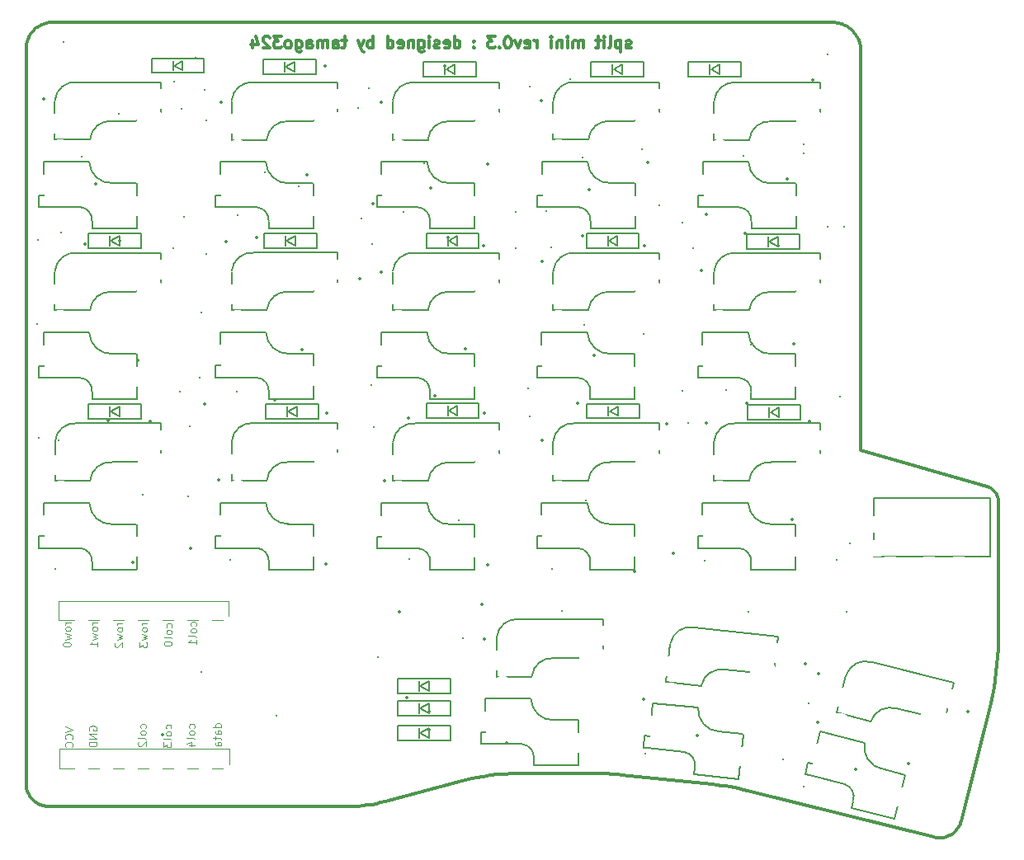
<source format=gbo>
%TF.GenerationSoftware,KiCad,Pcbnew,(6.0.6)*%
%TF.CreationDate,2022-10-07T23:53:12+09:00*%
%TF.ProjectId,split-mini,73706c69-742d-46d6-996e-692e6b696361,rev?*%
%TF.SameCoordinates,Original*%
%TF.FileFunction,Legend,Bot*%
%TF.FilePolarity,Positive*%
%FSLAX46Y46*%
G04 Gerber Fmt 4.6, Leading zero omitted, Abs format (unit mm)*
G04 Created by KiCad (PCBNEW (6.0.6)) date 2022-10-07 23:53:12*
%MOMM*%
%LPD*%
G01*
G04 APERTURE LIST*
G04 Aperture macros list*
%AMRotRect*
0 Rectangle, with rotation*
0 The origin of the aperture is its center*
0 $1 length*
0 $2 width*
0 $3 Rotation angle, in degrees counterclockwise*
0 Add horizontal line*
21,1,$1,$2,0,0,$3*%
G04 Aperture macros list end*
%ADD10C,0.300000*%
%TA.AperFunction,Profile*%
%ADD11C,0.349999*%
%TD*%
%ADD12C,0.100000*%
%ADD13C,0.150000*%
%ADD14C,0.120000*%
%ADD15C,1.600000*%
%ADD16C,0.300000*%
%ADD17C,0.350000*%
%ADD18O,1.500000X1.000000*%
%ADD19C,3.000000*%
%ADD20C,1.700000*%
%ADD21C,1.900000*%
%ADD22C,4.000000*%
%ADD23R,2.000000X2.000000*%
%ADD24R,1.900000X2.000000*%
%ADD25R,1.300000X0.950000*%
%ADD26RotRect,2.000000X2.000000X174.000000*%
%ADD27RotRect,1.900000X2.000000X174.000000*%
%ADD28RotRect,2.000000X2.000000X166.000000*%
%ADD29RotRect,1.900000X2.000000X166.000000*%
%ADD30R,1.850000X2.000000*%
%ADD31C,4.500000*%
%ADD32C,1.200000*%
%ADD33O,2.500000X1.700000*%
G04 APERTURE END LIST*
D10*
X83057142Y-23585714D02*
X82942857Y-23642857D01*
X82714285Y-23642857D01*
X82600000Y-23585714D01*
X82542857Y-23471428D01*
X82542857Y-23414285D01*
X82600000Y-23300000D01*
X82714285Y-23242857D01*
X82885714Y-23242857D01*
X83000000Y-23185714D01*
X83057142Y-23071428D01*
X83057142Y-23014285D01*
X83000000Y-22900000D01*
X82885714Y-22842857D01*
X82714285Y-22842857D01*
X82600000Y-22900000D01*
X82028571Y-22842857D02*
X82028571Y-24042857D01*
X82028571Y-22900000D02*
X81914285Y-22842857D01*
X81685714Y-22842857D01*
X81571428Y-22900000D01*
X81514285Y-22957142D01*
X81457142Y-23071428D01*
X81457142Y-23414285D01*
X81514285Y-23528571D01*
X81571428Y-23585714D01*
X81685714Y-23642857D01*
X81914285Y-23642857D01*
X82028571Y-23585714D01*
X80771428Y-23642857D02*
X80885714Y-23585714D01*
X80942857Y-23471428D01*
X80942857Y-22442857D01*
X80314285Y-23642857D02*
X80314285Y-22842857D01*
X80314285Y-22442857D02*
X80371428Y-22500000D01*
X80314285Y-22557142D01*
X80257142Y-22500000D01*
X80314285Y-22442857D01*
X80314285Y-22557142D01*
X79914285Y-22842857D02*
X79457142Y-22842857D01*
X79742857Y-22442857D02*
X79742857Y-23471428D01*
X79685714Y-23585714D01*
X79571428Y-23642857D01*
X79457142Y-23642857D01*
X78142857Y-23642857D02*
X78142857Y-22842857D01*
X78142857Y-22957142D02*
X78085714Y-22900000D01*
X77971428Y-22842857D01*
X77800000Y-22842857D01*
X77685714Y-22900000D01*
X77628571Y-23014285D01*
X77628571Y-23642857D01*
X77628571Y-23014285D02*
X77571428Y-22900000D01*
X77457142Y-22842857D01*
X77285714Y-22842857D01*
X77171428Y-22900000D01*
X77114285Y-23014285D01*
X77114285Y-23642857D01*
X76542857Y-23642857D02*
X76542857Y-22842857D01*
X76542857Y-22442857D02*
X76600000Y-22500000D01*
X76542857Y-22557142D01*
X76485714Y-22500000D01*
X76542857Y-22442857D01*
X76542857Y-22557142D01*
X75971428Y-22842857D02*
X75971428Y-23642857D01*
X75971428Y-22957142D02*
X75914285Y-22900000D01*
X75800000Y-22842857D01*
X75628571Y-22842857D01*
X75514285Y-22900000D01*
X75457142Y-23014285D01*
X75457142Y-23642857D01*
X74885714Y-23642857D02*
X74885714Y-22842857D01*
X74885714Y-22442857D02*
X74942857Y-22500000D01*
X74885714Y-22557142D01*
X74828571Y-22500000D01*
X74885714Y-22442857D01*
X74885714Y-22557142D01*
X73400000Y-23642857D02*
X73400000Y-22842857D01*
X73400000Y-23071428D02*
X73342857Y-22957142D01*
X73285714Y-22900000D01*
X73171428Y-22842857D01*
X73057142Y-22842857D01*
X72200000Y-23585714D02*
X72314285Y-23642857D01*
X72542857Y-23642857D01*
X72657142Y-23585714D01*
X72714285Y-23471428D01*
X72714285Y-23014285D01*
X72657142Y-22900000D01*
X72542857Y-22842857D01*
X72314285Y-22842857D01*
X72200000Y-22900000D01*
X72142857Y-23014285D01*
X72142857Y-23128571D01*
X72714285Y-23242857D01*
X71742857Y-22842857D02*
X71457142Y-23642857D01*
X71171428Y-22842857D01*
X70485714Y-22442857D02*
X70371428Y-22442857D01*
X70257142Y-22500000D01*
X70200000Y-22557142D01*
X70142857Y-22671428D01*
X70085714Y-22900000D01*
X70085714Y-23185714D01*
X70142857Y-23414285D01*
X70200000Y-23528571D01*
X70257142Y-23585714D01*
X70371428Y-23642857D01*
X70485714Y-23642857D01*
X70600000Y-23585714D01*
X70657142Y-23528571D01*
X70714285Y-23414285D01*
X70771428Y-23185714D01*
X70771428Y-22900000D01*
X70714285Y-22671428D01*
X70657142Y-22557142D01*
X70600000Y-22500000D01*
X70485714Y-22442857D01*
X69571428Y-23528571D02*
X69514285Y-23585714D01*
X69571428Y-23642857D01*
X69628571Y-23585714D01*
X69571428Y-23528571D01*
X69571428Y-23642857D01*
X69114285Y-22442857D02*
X68371428Y-22442857D01*
X68771428Y-22900000D01*
X68600000Y-22900000D01*
X68485714Y-22957142D01*
X68428571Y-23014285D01*
X68371428Y-23128571D01*
X68371428Y-23414285D01*
X68428571Y-23528571D01*
X68485714Y-23585714D01*
X68600000Y-23642857D01*
X68942857Y-23642857D01*
X69057142Y-23585714D01*
X69114285Y-23528571D01*
X66942857Y-23528571D02*
X66885714Y-23585714D01*
X66942857Y-23642857D01*
X67000000Y-23585714D01*
X66942857Y-23528571D01*
X66942857Y-23642857D01*
X66942857Y-22900000D02*
X66885714Y-22957142D01*
X66942857Y-23014285D01*
X67000000Y-22957142D01*
X66942857Y-22900000D01*
X66942857Y-23014285D01*
X64942857Y-23642857D02*
X64942857Y-22442857D01*
X64942857Y-23585714D02*
X65057142Y-23642857D01*
X65285714Y-23642857D01*
X65400000Y-23585714D01*
X65457142Y-23528571D01*
X65514285Y-23414285D01*
X65514285Y-23071428D01*
X65457142Y-22957142D01*
X65400000Y-22900000D01*
X65285714Y-22842857D01*
X65057142Y-22842857D01*
X64942857Y-22900000D01*
X63914285Y-23585714D02*
X64028571Y-23642857D01*
X64257142Y-23642857D01*
X64371428Y-23585714D01*
X64428571Y-23471428D01*
X64428571Y-23014285D01*
X64371428Y-22900000D01*
X64257142Y-22842857D01*
X64028571Y-22842857D01*
X63914285Y-22900000D01*
X63857142Y-23014285D01*
X63857142Y-23128571D01*
X64428571Y-23242857D01*
X63400000Y-23585714D02*
X63285714Y-23642857D01*
X63057142Y-23642857D01*
X62942857Y-23585714D01*
X62885714Y-23471428D01*
X62885714Y-23414285D01*
X62942857Y-23300000D01*
X63057142Y-23242857D01*
X63228571Y-23242857D01*
X63342857Y-23185714D01*
X63400000Y-23071428D01*
X63400000Y-23014285D01*
X63342857Y-22900000D01*
X63228571Y-22842857D01*
X63057142Y-22842857D01*
X62942857Y-22900000D01*
X62371428Y-23642857D02*
X62371428Y-22842857D01*
X62371428Y-22442857D02*
X62428571Y-22500000D01*
X62371428Y-22557142D01*
X62314285Y-22500000D01*
X62371428Y-22442857D01*
X62371428Y-22557142D01*
X61285714Y-22842857D02*
X61285714Y-23814285D01*
X61342857Y-23928571D01*
X61400000Y-23985714D01*
X61514285Y-24042857D01*
X61685714Y-24042857D01*
X61800000Y-23985714D01*
X61285714Y-23585714D02*
X61400000Y-23642857D01*
X61628571Y-23642857D01*
X61742857Y-23585714D01*
X61800000Y-23528571D01*
X61857142Y-23414285D01*
X61857142Y-23071428D01*
X61800000Y-22957142D01*
X61742857Y-22900000D01*
X61628571Y-22842857D01*
X61400000Y-22842857D01*
X61285714Y-22900000D01*
X60714285Y-22842857D02*
X60714285Y-23642857D01*
X60714285Y-22957142D02*
X60657142Y-22900000D01*
X60542857Y-22842857D01*
X60371428Y-22842857D01*
X60257142Y-22900000D01*
X60200000Y-23014285D01*
X60200000Y-23642857D01*
X59171428Y-23585714D02*
X59285714Y-23642857D01*
X59514285Y-23642857D01*
X59628571Y-23585714D01*
X59685714Y-23471428D01*
X59685714Y-23014285D01*
X59628571Y-22900000D01*
X59514285Y-22842857D01*
X59285714Y-22842857D01*
X59171428Y-22900000D01*
X59114285Y-23014285D01*
X59114285Y-23128571D01*
X59685714Y-23242857D01*
X58085714Y-23642857D02*
X58085714Y-22442857D01*
X58085714Y-23585714D02*
X58200000Y-23642857D01*
X58428571Y-23642857D01*
X58542857Y-23585714D01*
X58600000Y-23528571D01*
X58657142Y-23414285D01*
X58657142Y-23071428D01*
X58600000Y-22957142D01*
X58542857Y-22900000D01*
X58428571Y-22842857D01*
X58200000Y-22842857D01*
X58085714Y-22900000D01*
X56600000Y-23642857D02*
X56600000Y-22442857D01*
X56600000Y-22900000D02*
X56485714Y-22842857D01*
X56257142Y-22842857D01*
X56142857Y-22900000D01*
X56085714Y-22957142D01*
X56028571Y-23071428D01*
X56028571Y-23414285D01*
X56085714Y-23528571D01*
X56142857Y-23585714D01*
X56257142Y-23642857D01*
X56485714Y-23642857D01*
X56600000Y-23585714D01*
X55628571Y-22842857D02*
X55342857Y-23642857D01*
X55057142Y-22842857D02*
X55342857Y-23642857D01*
X55457142Y-23928571D01*
X55514285Y-23985714D01*
X55628571Y-24042857D01*
X53857142Y-22842857D02*
X53400000Y-22842857D01*
X53685714Y-22442857D02*
X53685714Y-23471428D01*
X53628571Y-23585714D01*
X53514285Y-23642857D01*
X53400000Y-23642857D01*
X52485714Y-23642857D02*
X52485714Y-23014285D01*
X52542857Y-22900000D01*
X52657142Y-22842857D01*
X52885714Y-22842857D01*
X53000000Y-22900000D01*
X52485714Y-23585714D02*
X52600000Y-23642857D01*
X52885714Y-23642857D01*
X53000000Y-23585714D01*
X53057142Y-23471428D01*
X53057142Y-23357142D01*
X53000000Y-23242857D01*
X52885714Y-23185714D01*
X52600000Y-23185714D01*
X52485714Y-23128571D01*
X51914285Y-23642857D02*
X51914285Y-22842857D01*
X51914285Y-22957142D02*
X51857142Y-22900000D01*
X51742857Y-22842857D01*
X51571428Y-22842857D01*
X51457142Y-22900000D01*
X51400000Y-23014285D01*
X51400000Y-23642857D01*
X51400000Y-23014285D02*
X51342857Y-22900000D01*
X51228571Y-22842857D01*
X51057142Y-22842857D01*
X50942857Y-22900000D01*
X50885714Y-23014285D01*
X50885714Y-23642857D01*
X49800000Y-23642857D02*
X49800000Y-23014285D01*
X49857142Y-22900000D01*
X49971428Y-22842857D01*
X50200000Y-22842857D01*
X50314285Y-22900000D01*
X49800000Y-23585714D02*
X49914285Y-23642857D01*
X50200000Y-23642857D01*
X50314285Y-23585714D01*
X50371428Y-23471428D01*
X50371428Y-23357142D01*
X50314285Y-23242857D01*
X50200000Y-23185714D01*
X49914285Y-23185714D01*
X49800000Y-23128571D01*
X48714285Y-22842857D02*
X48714285Y-23814285D01*
X48771428Y-23928571D01*
X48828571Y-23985714D01*
X48942857Y-24042857D01*
X49114285Y-24042857D01*
X49228571Y-23985714D01*
X48714285Y-23585714D02*
X48828571Y-23642857D01*
X49057142Y-23642857D01*
X49171428Y-23585714D01*
X49228571Y-23528571D01*
X49285714Y-23414285D01*
X49285714Y-23071428D01*
X49228571Y-22957142D01*
X49171428Y-22900000D01*
X49057142Y-22842857D01*
X48828571Y-22842857D01*
X48714285Y-22900000D01*
X47971428Y-23642857D02*
X48085714Y-23585714D01*
X48142857Y-23528571D01*
X48200000Y-23414285D01*
X48200000Y-23071428D01*
X48142857Y-22957142D01*
X48085714Y-22900000D01*
X47971428Y-22842857D01*
X47800000Y-22842857D01*
X47685714Y-22900000D01*
X47628571Y-22957142D01*
X47571428Y-23071428D01*
X47571428Y-23414285D01*
X47628571Y-23528571D01*
X47685714Y-23585714D01*
X47800000Y-23642857D01*
X47971428Y-23642857D01*
X47171428Y-22442857D02*
X46428571Y-22442857D01*
X46828571Y-22900000D01*
X46657142Y-22900000D01*
X46542857Y-22957142D01*
X46485714Y-23014285D01*
X46428571Y-23128571D01*
X46428571Y-23414285D01*
X46485714Y-23528571D01*
X46542857Y-23585714D01*
X46657142Y-23642857D01*
X47000000Y-23642857D01*
X47114285Y-23585714D01*
X47171428Y-23528571D01*
X45971428Y-22557142D02*
X45914285Y-22500000D01*
X45800000Y-22442857D01*
X45514285Y-22442857D01*
X45400000Y-22500000D01*
X45342857Y-22557142D01*
X45285714Y-22671428D01*
X45285714Y-22785714D01*
X45342857Y-22957142D01*
X46028571Y-23642857D01*
X45285714Y-23642857D01*
X44257142Y-22842857D02*
X44257142Y-23642857D01*
X44542857Y-22385714D02*
X44828571Y-23242857D01*
X44085714Y-23242857D01*
D11*
X120734058Y-85321050D02*
X120746346Y-84517181D01*
X94563467Y-99773630D02*
X95006416Y-99879974D01*
X21067121Y-99747413D02*
X21097288Y-99856121D01*
X95006416Y-99879974D02*
X95006416Y-99879974D01*
X106613959Y-23464589D02*
X106588365Y-23321274D01*
X21022792Y-99525582D02*
X21042263Y-99637170D01*
X21450528Y-100558221D02*
X21520346Y-100647842D01*
X23314208Y-21027240D02*
X23182826Y-21050152D01*
X120663178Y-69673555D02*
X120617953Y-69555976D01*
X120429619Y-69232038D02*
X120350533Y-69135311D01*
X116257734Y-104147387D02*
X116337281Y-104072331D01*
X65730083Y-98890289D02*
X65730083Y-98890289D01*
X104737877Y-21174101D02*
X104602654Y-21128344D01*
X120306060Y-89309528D02*
X120440307Y-88517806D01*
X106647491Y-64950611D02*
X106647491Y-23907794D01*
X114417834Y-104707695D02*
X114531519Y-104721167D01*
X22319756Y-101272024D02*
X22422725Y-101317646D01*
X21325017Y-100370023D02*
X21385392Y-100465551D01*
X116831755Y-103339065D02*
X116873233Y-103232363D01*
X114869318Y-104727193D02*
X114980256Y-104718084D01*
X116678483Y-103640152D02*
X116734207Y-103543064D01*
X21793434Y-21793513D02*
X21700478Y-21891184D01*
X106069327Y-22166530D02*
X105982931Y-22056589D01*
X105588428Y-21662081D02*
X105478488Y-21575683D01*
X104870037Y-21226211D02*
X104737877Y-21174101D01*
X79268402Y-98118347D02*
X79619825Y-98120645D01*
X119962618Y-68817891D02*
X119849615Y-68758387D01*
X120725055Y-69920137D02*
X120699003Y-69795107D01*
X21042263Y-99637170D02*
X21067121Y-99747413D01*
X120699003Y-69795107D02*
X120663178Y-69673555D01*
X81724553Y-98230937D02*
X82074291Y-98265381D01*
X119606995Y-68666672D02*
X106647491Y-64950611D01*
X21218860Y-100171147D02*
X21269480Y-100271825D01*
X21049932Y-23182830D02*
X21027007Y-23314210D01*
X23078052Y-101482078D02*
X23191759Y-101490535D01*
X20997490Y-99184639D02*
X21000327Y-99299127D01*
X115907617Y-104406218D02*
X115999590Y-104347927D01*
X105694026Y-21753553D02*
X105588428Y-21662081D01*
X105891460Y-21950990D02*
X105795097Y-21849917D01*
X23306244Y-101493370D02*
X54168747Y-101493347D01*
X23715622Y-20997488D02*
X23715622Y-20997488D01*
X21992830Y-21612950D02*
X21891115Y-21700567D01*
X57823814Y-101011581D02*
X57823814Y-101011581D01*
X120746346Y-84517181D02*
X120746346Y-70178646D01*
X120563702Y-69442866D02*
X120500800Y-69334721D01*
X120744992Y-70113118D02*
X120740961Y-70048149D01*
X21114721Y-22925043D02*
X21079201Y-23053033D01*
X21000556Y-23580829D02*
X20997215Y-23715622D01*
X93224898Y-99501293D02*
X93672605Y-99584271D01*
X115411094Y-104628832D02*
X115514710Y-104593834D01*
X116618357Y-103733828D02*
X116678483Y-103640152D01*
X55553294Y-101425245D02*
X56012088Y-101372398D01*
X21932681Y-101040365D02*
X22025351Y-101105499D01*
X79971141Y-98127542D02*
X80322305Y-98139037D01*
X94118828Y-99675056D02*
X94563467Y-99773630D01*
X119965073Y-90880112D02*
X120147626Y-90097149D01*
X21520346Y-100647842D02*
X21594767Y-100734227D01*
X21843058Y-100970549D02*
X21932681Y-101040365D01*
X116413290Y-103993343D02*
X116485588Y-103910527D01*
X114980256Y-104718084D02*
X115090076Y-104703590D01*
X92325451Y-99358830D02*
X92775813Y-99426140D01*
X119790967Y-68731954D02*
X119730949Y-68707815D01*
X22207471Y-21454070D02*
X22098356Y-21530754D01*
X103737228Y-20997492D02*
X23715622Y-20997488D01*
X116088715Y-104285289D02*
X116174821Y-104218407D01*
X105982931Y-22056589D02*
X105891460Y-21950990D01*
X104034787Y-21012522D02*
X103886991Y-21001281D01*
X116337281Y-104072331D02*
X116413290Y-103993343D01*
X22634779Y-101393589D02*
X22743485Y-101423753D01*
X23182826Y-21050152D02*
X23053027Y-21079407D01*
X21156400Y-22799082D02*
X21114721Y-22925043D01*
X21700478Y-21891184D02*
X21612850Y-21992890D01*
X105364387Y-21494542D02*
X105246308Y-21418842D01*
X22435573Y-21317612D02*
X22319950Y-21382992D01*
X69367896Y-98227495D02*
X70105548Y-98166918D01*
X22925033Y-21114915D02*
X22799069Y-21156581D01*
X103737228Y-20997492D02*
X103737228Y-20997492D01*
X115812969Y-104460058D02*
X115907617Y-104406218D01*
X54631255Y-101485768D02*
X55092893Y-101463051D01*
X82074291Y-98265381D02*
X91421310Y-99247810D01*
X104464550Y-21089126D02*
X104323750Y-21056627D01*
X21010518Y-23446950D02*
X21000556Y-23580829D01*
X104180434Y-21031031D02*
X104034787Y-21012522D01*
X119606995Y-68666672D02*
X119606995Y-68666672D01*
X22098356Y-21530754D02*
X21992830Y-21612950D01*
X115514710Y-104593834D02*
X115616343Y-104553970D01*
X21453948Y-22207514D02*
X21382859Y-22319987D01*
X106418789Y-22774986D02*
X106360509Y-22646071D01*
X106470898Y-22907146D02*
X106418789Y-22774986D01*
X80322305Y-98139037D02*
X80673272Y-98155126D01*
X21673714Y-100817184D02*
X21673714Y-100817184D01*
X106643705Y-23758032D02*
X106632466Y-23610236D01*
X55092893Y-101463051D02*
X55553294Y-101425245D01*
X80673272Y-98155126D02*
X81023999Y-98175807D01*
X105246308Y-21418842D02*
X105124435Y-21348765D01*
X106647491Y-64950611D02*
X106647491Y-64950611D01*
X57823814Y-101011581D02*
X65730083Y-98890289D01*
X56468906Y-101304560D02*
X56923379Y-101221779D01*
X79268402Y-98118347D02*
X79268402Y-98118347D01*
X106296240Y-22520586D02*
X106226164Y-22398712D01*
X70105548Y-98166918D02*
X70845185Y-98130517D01*
X116940735Y-103010071D02*
X116940735Y-103010071D01*
X54168747Y-101493347D02*
X54168747Y-101493347D01*
X119730949Y-68707815D02*
X119669610Y-68686034D01*
X106647491Y-23907794D02*
X106643705Y-23758032D01*
X21204145Y-22675373D02*
X21156400Y-22799082D01*
X116554001Y-103823988D02*
X116618357Y-103733828D01*
X56012088Y-101372398D02*
X56468906Y-101304560D01*
X57375138Y-101124103D02*
X57823814Y-101011581D01*
X120746346Y-70178646D02*
X120744992Y-70113118D01*
X67900910Y-98420864D02*
X68632820Y-98312169D01*
X21000327Y-99299127D02*
X21008788Y-99412838D01*
X23053027Y-21079407D02*
X22925033Y-21114915D01*
X91421310Y-99247810D02*
X91873916Y-99299381D01*
X71586216Y-98118370D02*
X71586216Y-98118370D01*
X21382859Y-22319987D02*
X21317467Y-22435603D01*
X20997490Y-99184639D02*
X20997490Y-99184639D01*
X21673714Y-100817184D02*
X21756673Y-100896129D01*
X114189873Y-104662933D02*
X114189873Y-104662933D01*
X21612850Y-21992890D02*
X21530643Y-22098408D01*
X23191759Y-101490535D02*
X23306244Y-101493370D01*
X82074291Y-98265381D02*
X82074291Y-98265381D01*
X115090076Y-104703590D02*
X115198604Y-104683814D01*
X21891115Y-21700567D02*
X21793434Y-21793513D01*
X106632466Y-23610236D02*
X106613959Y-23464589D01*
X92775813Y-99426140D02*
X93224898Y-99501293D01*
X120697243Y-86123603D02*
X120734058Y-85321050D01*
X22965311Y-101468076D02*
X23078052Y-101482078D01*
X114757434Y-104730812D02*
X114869318Y-104727193D01*
X21756673Y-100896129D02*
X21843058Y-100970549D01*
X116940735Y-103010071D02*
X119965073Y-90880112D01*
X120734300Y-69983801D02*
X120725055Y-69920137D01*
X119669610Y-68686034D02*
X119606995Y-68666672D01*
X23580829Y-21000816D02*
X23446950Y-21010763D01*
X115999590Y-104347927D02*
X116088715Y-104285289D01*
X106226164Y-22398712D02*
X106150466Y-22280632D01*
X81374440Y-98201078D02*
X81724553Y-98230937D01*
X104998950Y-21284494D02*
X104870037Y-21226211D01*
X22120879Y-101165872D02*
X22219077Y-101221407D01*
X116485588Y-103910527D02*
X116554001Y-103823988D01*
X21079201Y-23053033D02*
X21049932Y-23182830D01*
X23446950Y-21010763D02*
X23314208Y-21027240D01*
X116909617Y-103122663D02*
X116940735Y-103010071D01*
X22554116Y-21258022D02*
X22435573Y-21317612D01*
X120147626Y-90097149D02*
X120306060Y-89309528D01*
X21530643Y-22098408D02*
X21453948Y-22207514D01*
X106588365Y-23321274D02*
X106555869Y-23180473D01*
X120635967Y-86924286D02*
X120697243Y-86123603D01*
X116873233Y-103232363D02*
X116909617Y-103122663D01*
X68632820Y-98312169D02*
X69367896Y-98227495D01*
X22743485Y-101423753D02*
X22853726Y-101448609D01*
X120440307Y-88517806D02*
X120550299Y-87722539D01*
X22527796Y-101358194D02*
X22634779Y-101393589D01*
X21132686Y-99963106D02*
X21173236Y-100068177D01*
X22025351Y-101105499D02*
X22120879Y-101165872D01*
X95006416Y-99879974D02*
X114189873Y-104662933D01*
X21385392Y-100465551D02*
X21450528Y-100558221D01*
X21008788Y-99412838D02*
X21022792Y-99525582D01*
X115198604Y-104683814D02*
X115305668Y-104658860D01*
X67172756Y-98553501D02*
X67900910Y-98420864D01*
X106150466Y-22280632D02*
X106069327Y-22166530D01*
X21097288Y-99856121D02*
X21132686Y-99963106D01*
X120500800Y-69334721D02*
X120429619Y-69232038D01*
X21027007Y-23314210D02*
X21010518Y-23446950D01*
X116174821Y-104218407D02*
X116257734Y-104147387D01*
X120263917Y-69045037D02*
X120170143Y-68961712D01*
X70845185Y-98130517D02*
X71586216Y-98118370D01*
X91421310Y-99247810D02*
X91421310Y-99247810D01*
X22675355Y-21204314D02*
X22554116Y-21258022D01*
X21257865Y-22554139D02*
X21204145Y-22675373D01*
X22422725Y-101317646D02*
X22527796Y-101358194D01*
X114644776Y-104728838D02*
X114757434Y-104730812D01*
X116734207Y-103543064D02*
X116785355Y-103442667D01*
X120350533Y-69135311D02*
X120263917Y-69045037D01*
X120550299Y-87722539D02*
X120635967Y-86924286D01*
X21594767Y-100734227D02*
X21673714Y-100817184D01*
X106360509Y-22646071D02*
X106296240Y-22520586D01*
X79619825Y-98120645D02*
X79971141Y-98127542D01*
X115715821Y-104509343D02*
X115812969Y-104460058D01*
X120746346Y-70178646D02*
X120746346Y-70178646D01*
X20997215Y-23715622D02*
X20997215Y-23715622D01*
X104323750Y-21056627D02*
X104180434Y-21031031D01*
X71586216Y-98118370D02*
X79268402Y-98118347D01*
X105795097Y-21849917D02*
X105694026Y-21753553D01*
X119849615Y-68758387D02*
X119790967Y-68731954D01*
X54168747Y-101493347D02*
X54631255Y-101485768D01*
X116785355Y-103442667D02*
X116831755Y-103339065D01*
X120170143Y-68961712D02*
X120069586Y-68885831D01*
X66448951Y-98710002D02*
X67172756Y-98553501D01*
X104602654Y-21128344D02*
X104464550Y-21089126D01*
X114189873Y-104662933D02*
X114303894Y-104688319D01*
X22799069Y-21156581D02*
X22675355Y-21204314D01*
X120746346Y-84517181D02*
X120746346Y-84517181D01*
X120617953Y-69555976D02*
X120563702Y-69442866D01*
X114303894Y-104688319D02*
X114417834Y-104707695D01*
X106555869Y-23180473D02*
X106516652Y-23042369D01*
X65730083Y-98890289D02*
X66448951Y-98710002D01*
X81023999Y-98175807D02*
X81374440Y-98201078D01*
X21173236Y-100068177D02*
X21218860Y-100171147D01*
X115616343Y-104553970D02*
X115715821Y-104509343D01*
X106516652Y-23042369D02*
X106470898Y-22907146D01*
X23715622Y-20997488D02*
X23580829Y-21000816D01*
X120740961Y-70048149D02*
X120734300Y-69983801D01*
X22219077Y-101221407D02*
X22319756Y-101272024D01*
X56923379Y-101221779D02*
X57375138Y-101124103D01*
X103886991Y-21001281D02*
X103737228Y-20997492D01*
X22853726Y-101448609D02*
X22965311Y-101468076D01*
X105478488Y-21575683D02*
X105364387Y-21494542D01*
X119965073Y-90880112D02*
X119965073Y-90880112D01*
X105124435Y-21348765D02*
X104998950Y-21284494D01*
X21793434Y-21793513D02*
X21793434Y-21793513D01*
X93672605Y-99584271D02*
X94118828Y-99675056D01*
X21317467Y-22435603D02*
X21257865Y-22554139D01*
X20997215Y-23715622D02*
X20997490Y-99184639D01*
X23306244Y-101493370D02*
X23306244Y-101493370D01*
X22319950Y-21382992D02*
X22207471Y-21454070D01*
X91873916Y-99299381D02*
X92325451Y-99358830D01*
X120069586Y-68885831D02*
X119962618Y-68817891D01*
X21269480Y-100271825D02*
X21325017Y-100370023D01*
X115305668Y-104658860D02*
X115411094Y-104628832D01*
X114531519Y-104721167D02*
X114644776Y-104728838D01*
D12*
%TO.C,U1*%
X28309404Y-82614652D02*
X27776071Y-82614652D01*
X27928452Y-82614652D02*
X27852261Y-82652747D01*
X27814166Y-82690842D01*
X27776071Y-82767033D01*
X27776071Y-82843223D01*
X28309404Y-83224176D02*
X28271309Y-83147985D01*
X28233214Y-83109890D01*
X28157023Y-83071795D01*
X27928452Y-83071795D01*
X27852261Y-83109890D01*
X27814166Y-83147985D01*
X27776071Y-83224176D01*
X27776071Y-83338461D01*
X27814166Y-83414652D01*
X27852261Y-83452747D01*
X27928452Y-83490842D01*
X28157023Y-83490842D01*
X28233214Y-83452747D01*
X28271309Y-83414652D01*
X28309404Y-83338461D01*
X28309404Y-83224176D01*
X27776071Y-83757509D02*
X28309404Y-83909890D01*
X27928452Y-84062271D01*
X28309404Y-84214652D01*
X27776071Y-84367033D01*
X28309404Y-85090842D02*
X28309404Y-84633700D01*
X28309404Y-84862271D02*
X27509404Y-84862271D01*
X27623690Y-84786080D01*
X27699880Y-84709890D01*
X27737976Y-84633700D01*
X35841309Y-93501795D02*
X35879404Y-93425604D01*
X35879404Y-93273223D01*
X35841309Y-93197033D01*
X35803214Y-93158938D01*
X35727023Y-93120842D01*
X35498452Y-93120842D01*
X35422261Y-93158938D01*
X35384166Y-93197033D01*
X35346071Y-93273223D01*
X35346071Y-93425604D01*
X35384166Y-93501795D01*
X35879404Y-93958938D02*
X35841309Y-93882747D01*
X35803214Y-93844652D01*
X35727023Y-93806557D01*
X35498452Y-93806557D01*
X35422261Y-93844652D01*
X35384166Y-93882747D01*
X35346071Y-93958938D01*
X35346071Y-94073223D01*
X35384166Y-94149414D01*
X35422261Y-94187509D01*
X35498452Y-94225604D01*
X35727023Y-94225604D01*
X35803214Y-94187509D01*
X35841309Y-94149414D01*
X35879404Y-94073223D01*
X35879404Y-93958938D01*
X35879404Y-94682747D02*
X35841309Y-94606557D01*
X35765119Y-94568461D01*
X35079404Y-94568461D01*
X35079404Y-94911319D02*
X35079404Y-95406557D01*
X35384166Y-95139890D01*
X35384166Y-95254176D01*
X35422261Y-95330366D01*
X35460357Y-95368461D01*
X35536547Y-95406557D01*
X35727023Y-95406557D01*
X35803214Y-95368461D01*
X35841309Y-95330366D01*
X35879404Y-95254176D01*
X35879404Y-95025604D01*
X35841309Y-94949414D01*
X35803214Y-94911319D01*
X38221309Y-93421795D02*
X38259404Y-93345604D01*
X38259404Y-93193223D01*
X38221309Y-93117033D01*
X38183214Y-93078938D01*
X38107023Y-93040842D01*
X37878452Y-93040842D01*
X37802261Y-93078938D01*
X37764166Y-93117033D01*
X37726071Y-93193223D01*
X37726071Y-93345604D01*
X37764166Y-93421795D01*
X38259404Y-93878938D02*
X38221309Y-93802747D01*
X38183214Y-93764652D01*
X38107023Y-93726557D01*
X37878452Y-93726557D01*
X37802261Y-93764652D01*
X37764166Y-93802747D01*
X37726071Y-93878938D01*
X37726071Y-93993223D01*
X37764166Y-94069414D01*
X37802261Y-94107509D01*
X37878452Y-94145604D01*
X38107023Y-94145604D01*
X38183214Y-94107509D01*
X38221309Y-94069414D01*
X38259404Y-93993223D01*
X38259404Y-93878938D01*
X38259404Y-94602747D02*
X38221309Y-94526557D01*
X38145119Y-94488461D01*
X37459404Y-94488461D01*
X37726071Y-95250366D02*
X38259404Y-95250366D01*
X37421309Y-95059890D02*
X37992738Y-94869414D01*
X37992738Y-95364652D01*
X25579404Y-82614652D02*
X25046071Y-82614652D01*
X25198452Y-82614652D02*
X25122261Y-82652747D01*
X25084166Y-82690842D01*
X25046071Y-82767033D01*
X25046071Y-82843223D01*
X25579404Y-83224176D02*
X25541309Y-83147985D01*
X25503214Y-83109890D01*
X25427023Y-83071795D01*
X25198452Y-83071795D01*
X25122261Y-83109890D01*
X25084166Y-83147985D01*
X25046071Y-83224176D01*
X25046071Y-83338461D01*
X25084166Y-83414652D01*
X25122261Y-83452747D01*
X25198452Y-83490842D01*
X25427023Y-83490842D01*
X25503214Y-83452747D01*
X25541309Y-83414652D01*
X25579404Y-83338461D01*
X25579404Y-83224176D01*
X25046071Y-83757509D02*
X25579404Y-83909890D01*
X25198452Y-84062271D01*
X25579404Y-84214652D01*
X25046071Y-84367033D01*
X24779404Y-84824176D02*
X24779404Y-84900366D01*
X24817500Y-84976557D01*
X24855595Y-85014652D01*
X24931785Y-85052747D01*
X25084166Y-85090842D01*
X25274642Y-85090842D01*
X25427023Y-85052747D01*
X25503214Y-85014652D01*
X25541309Y-84976557D01*
X25579404Y-84900366D01*
X25579404Y-84824176D01*
X25541309Y-84747985D01*
X25503214Y-84709890D01*
X25427023Y-84671795D01*
X25274642Y-84633700D01*
X25084166Y-84633700D01*
X24931785Y-84671795D01*
X24855595Y-84709890D01*
X24817500Y-84747985D01*
X24779404Y-84824176D01*
X33231309Y-93431795D02*
X33269404Y-93355604D01*
X33269404Y-93203223D01*
X33231309Y-93127033D01*
X33193214Y-93088938D01*
X33117023Y-93050842D01*
X32888452Y-93050842D01*
X32812261Y-93088938D01*
X32774166Y-93127033D01*
X32736071Y-93203223D01*
X32736071Y-93355604D01*
X32774166Y-93431795D01*
X33269404Y-93888938D02*
X33231309Y-93812747D01*
X33193214Y-93774652D01*
X33117023Y-93736557D01*
X32888452Y-93736557D01*
X32812261Y-93774652D01*
X32774166Y-93812747D01*
X32736071Y-93888938D01*
X32736071Y-94003223D01*
X32774166Y-94079414D01*
X32812261Y-94117509D01*
X32888452Y-94155604D01*
X33117023Y-94155604D01*
X33193214Y-94117509D01*
X33231309Y-94079414D01*
X33269404Y-94003223D01*
X33269404Y-93888938D01*
X33269404Y-94612747D02*
X33231309Y-94536557D01*
X33155119Y-94498461D01*
X32469404Y-94498461D01*
X32545595Y-94879414D02*
X32507500Y-94917509D01*
X32469404Y-94993700D01*
X32469404Y-95184176D01*
X32507500Y-95260366D01*
X32545595Y-95298461D01*
X32621785Y-95336557D01*
X32697976Y-95336557D01*
X32812261Y-95298461D01*
X33269404Y-94841319D01*
X33269404Y-95336557D01*
X27477500Y-93684176D02*
X27439404Y-93607985D01*
X27439404Y-93493700D01*
X27477500Y-93379414D01*
X27553690Y-93303223D01*
X27629880Y-93265128D01*
X27782261Y-93227033D01*
X27896547Y-93227033D01*
X28048928Y-93265128D01*
X28125119Y-93303223D01*
X28201309Y-93379414D01*
X28239404Y-93493700D01*
X28239404Y-93569890D01*
X28201309Y-93684176D01*
X28163214Y-93722271D01*
X27896547Y-93722271D01*
X27896547Y-93569890D01*
X28239404Y-94065128D02*
X27439404Y-94065128D01*
X28239404Y-94522271D01*
X27439404Y-94522271D01*
X28239404Y-94903223D02*
X27439404Y-94903223D01*
X27439404Y-95093700D01*
X27477500Y-95207985D01*
X27553690Y-95284176D01*
X27629880Y-95322271D01*
X27782261Y-95360366D01*
X27896547Y-95360366D01*
X28048928Y-95322271D01*
X28125119Y-95284176D01*
X28201309Y-95207985D01*
X28239404Y-95093700D01*
X28239404Y-94903223D01*
X30889404Y-82674652D02*
X30356071Y-82674652D01*
X30508452Y-82674652D02*
X30432261Y-82712747D01*
X30394166Y-82750842D01*
X30356071Y-82827033D01*
X30356071Y-82903223D01*
X30889404Y-83284176D02*
X30851309Y-83207985D01*
X30813214Y-83169890D01*
X30737023Y-83131795D01*
X30508452Y-83131795D01*
X30432261Y-83169890D01*
X30394166Y-83207985D01*
X30356071Y-83284176D01*
X30356071Y-83398461D01*
X30394166Y-83474652D01*
X30432261Y-83512747D01*
X30508452Y-83550842D01*
X30737023Y-83550842D01*
X30813214Y-83512747D01*
X30851309Y-83474652D01*
X30889404Y-83398461D01*
X30889404Y-83284176D01*
X30356071Y-83817509D02*
X30889404Y-83969890D01*
X30508452Y-84122271D01*
X30889404Y-84274652D01*
X30356071Y-84427033D01*
X30165595Y-84693700D02*
X30127500Y-84731795D01*
X30089404Y-84807985D01*
X30089404Y-84998461D01*
X30127500Y-85074652D01*
X30165595Y-85112747D01*
X30241785Y-85150842D01*
X30317976Y-85150842D01*
X30432261Y-85112747D01*
X30889404Y-84655604D01*
X30889404Y-85150842D01*
X38411309Y-82951795D02*
X38449404Y-82875604D01*
X38449404Y-82723223D01*
X38411309Y-82647033D01*
X38373214Y-82608938D01*
X38297023Y-82570842D01*
X38068452Y-82570842D01*
X37992261Y-82608938D01*
X37954166Y-82647033D01*
X37916071Y-82723223D01*
X37916071Y-82875604D01*
X37954166Y-82951795D01*
X38449404Y-83408938D02*
X38411309Y-83332747D01*
X38373214Y-83294652D01*
X38297023Y-83256557D01*
X38068452Y-83256557D01*
X37992261Y-83294652D01*
X37954166Y-83332747D01*
X37916071Y-83408938D01*
X37916071Y-83523223D01*
X37954166Y-83599414D01*
X37992261Y-83637509D01*
X38068452Y-83675604D01*
X38297023Y-83675604D01*
X38373214Y-83637509D01*
X38411309Y-83599414D01*
X38449404Y-83523223D01*
X38449404Y-83408938D01*
X38449404Y-84132747D02*
X38411309Y-84056557D01*
X38335119Y-84018461D01*
X37649404Y-84018461D01*
X38449404Y-84856557D02*
X38449404Y-84399414D01*
X38449404Y-84627985D02*
X37649404Y-84627985D01*
X37763690Y-84551795D01*
X37839880Y-84475604D01*
X37877976Y-84399414D01*
X33419404Y-82674652D02*
X32886071Y-82674652D01*
X33038452Y-82674652D02*
X32962261Y-82712747D01*
X32924166Y-82750842D01*
X32886071Y-82827033D01*
X32886071Y-82903223D01*
X33419404Y-83284176D02*
X33381309Y-83207985D01*
X33343214Y-83169890D01*
X33267023Y-83131795D01*
X33038452Y-83131795D01*
X32962261Y-83169890D01*
X32924166Y-83207985D01*
X32886071Y-83284176D01*
X32886071Y-83398461D01*
X32924166Y-83474652D01*
X32962261Y-83512747D01*
X33038452Y-83550842D01*
X33267023Y-83550842D01*
X33343214Y-83512747D01*
X33381309Y-83474652D01*
X33419404Y-83398461D01*
X33419404Y-83284176D01*
X32886071Y-83817509D02*
X33419404Y-83969890D01*
X33038452Y-84122271D01*
X33419404Y-84274652D01*
X32886071Y-84427033D01*
X32619404Y-84655604D02*
X32619404Y-85150842D01*
X32924166Y-84884176D01*
X32924166Y-84998461D01*
X32962261Y-85074652D01*
X33000357Y-85112747D01*
X33076547Y-85150842D01*
X33267023Y-85150842D01*
X33343214Y-85112747D01*
X33381309Y-85074652D01*
X33419404Y-84998461D01*
X33419404Y-84769890D01*
X33381309Y-84693700D01*
X33343214Y-84655604D01*
X35891309Y-83091795D02*
X35929404Y-83015604D01*
X35929404Y-82863223D01*
X35891309Y-82787033D01*
X35853214Y-82748938D01*
X35777023Y-82710842D01*
X35548452Y-82710842D01*
X35472261Y-82748938D01*
X35434166Y-82787033D01*
X35396071Y-82863223D01*
X35396071Y-83015604D01*
X35434166Y-83091795D01*
X35929404Y-83548938D02*
X35891309Y-83472747D01*
X35853214Y-83434652D01*
X35777023Y-83396557D01*
X35548452Y-83396557D01*
X35472261Y-83434652D01*
X35434166Y-83472747D01*
X35396071Y-83548938D01*
X35396071Y-83663223D01*
X35434166Y-83739414D01*
X35472261Y-83777509D01*
X35548452Y-83815604D01*
X35777023Y-83815604D01*
X35853214Y-83777509D01*
X35891309Y-83739414D01*
X35929404Y-83663223D01*
X35929404Y-83548938D01*
X35929404Y-84272747D02*
X35891309Y-84196557D01*
X35815119Y-84158461D01*
X35129404Y-84158461D01*
X35129404Y-84729890D02*
X35129404Y-84806080D01*
X35167500Y-84882271D01*
X35205595Y-84920366D01*
X35281785Y-84958461D01*
X35434166Y-84996557D01*
X35624642Y-84996557D01*
X35777023Y-84958461D01*
X35853214Y-84920366D01*
X35891309Y-84882271D01*
X35929404Y-84806080D01*
X35929404Y-84729890D01*
X35891309Y-84653700D01*
X35853214Y-84615604D01*
X35777023Y-84577509D01*
X35624642Y-84539414D01*
X35434166Y-84539414D01*
X35281785Y-84577509D01*
X35205595Y-84615604D01*
X35167500Y-84653700D01*
X35129404Y-84729890D01*
X40979404Y-93342747D02*
X40179404Y-93342747D01*
X40941309Y-93342747D02*
X40979404Y-93266557D01*
X40979404Y-93114176D01*
X40941309Y-93037985D01*
X40903214Y-92999890D01*
X40827023Y-92961795D01*
X40598452Y-92961795D01*
X40522261Y-92999890D01*
X40484166Y-93037985D01*
X40446071Y-93114176D01*
X40446071Y-93266557D01*
X40484166Y-93342747D01*
X40979404Y-94066557D02*
X40560357Y-94066557D01*
X40484166Y-94028461D01*
X40446071Y-93952271D01*
X40446071Y-93799890D01*
X40484166Y-93723700D01*
X40941309Y-94066557D02*
X40979404Y-93990366D01*
X40979404Y-93799890D01*
X40941309Y-93723700D01*
X40865119Y-93685604D01*
X40788928Y-93685604D01*
X40712738Y-93723700D01*
X40674642Y-93799890D01*
X40674642Y-93990366D01*
X40636547Y-94066557D01*
X40446071Y-94333223D02*
X40446071Y-94637985D01*
X40179404Y-94447509D02*
X40865119Y-94447509D01*
X40941309Y-94485604D01*
X40979404Y-94561795D01*
X40979404Y-94637985D01*
X40979404Y-95247509D02*
X40560357Y-95247509D01*
X40484166Y-95209414D01*
X40446071Y-95133223D01*
X40446071Y-94980842D01*
X40484166Y-94904652D01*
X40941309Y-95247509D02*
X40979404Y-95171319D01*
X40979404Y-94980842D01*
X40941309Y-94904652D01*
X40865119Y-94866557D01*
X40788928Y-94866557D01*
X40712738Y-94904652D01*
X40674642Y-94980842D01*
X40674642Y-95171319D01*
X40636547Y-95247509D01*
X24989404Y-93327033D02*
X25789404Y-93593700D01*
X24989404Y-93860366D01*
X25713214Y-94584176D02*
X25751309Y-94546080D01*
X25789404Y-94431795D01*
X25789404Y-94355604D01*
X25751309Y-94241319D01*
X25675119Y-94165128D01*
X25598928Y-94127033D01*
X25446547Y-94088938D01*
X25332261Y-94088938D01*
X25179880Y-94127033D01*
X25103690Y-94165128D01*
X25027500Y-94241319D01*
X24989404Y-94355604D01*
X24989404Y-94431795D01*
X25027500Y-94546080D01*
X25065595Y-94584176D01*
X25713214Y-95384176D02*
X25751309Y-95346080D01*
X25789404Y-95231795D01*
X25789404Y-95155604D01*
X25751309Y-95041319D01*
X25675119Y-94965128D01*
X25598928Y-94927033D01*
X25446547Y-94888938D01*
X25332261Y-94888938D01*
X25179880Y-94927033D01*
X25103690Y-94965128D01*
X25027500Y-95041319D01*
X24989404Y-95155604D01*
X24989404Y-95231795D01*
X25027500Y-95346080D01*
X25065595Y-95384176D01*
D13*
%TO.C,SW10*%
X95400000Y-58970000D02*
X95400000Y-59670000D01*
X94180000Y-57495000D02*
X90405000Y-57495000D01*
X102480000Y-44666000D02*
X93855000Y-44666000D01*
X89955000Y-56270000D02*
X89955000Y-57495000D01*
X102480000Y-48620000D02*
X97430000Y-48666000D01*
X102480000Y-48574000D02*
X102480000Y-44666000D01*
X95105000Y-52845000D02*
X90405000Y-52845000D01*
X90405000Y-52870000D02*
X90405000Y-56270000D01*
X90405000Y-56270000D02*
X89955000Y-56270000D01*
X99955000Y-59695000D02*
X95405000Y-59695000D01*
X99980000Y-55070000D02*
X99980000Y-59670000D01*
X91580000Y-50574000D02*
X95190000Y-50574000D01*
X99955000Y-55045000D02*
X97405000Y-55045000D01*
X90405000Y-57495000D02*
X89955000Y-57495000D01*
X91580000Y-46620000D02*
X91580000Y-50565000D01*
X93855000Y-44666000D02*
G75*
G03*
X91591000Y-46550000I-190000J-2074000D01*
G01*
X95110000Y-52870000D02*
G75*
G03*
X97480000Y-55040000I2270000J100000D01*
G01*
X97455000Y-48670000D02*
G75*
G03*
X95195000Y-50550000I-190000J-2070000D01*
G01*
X95400000Y-58920000D02*
G75*
G03*
X94180000Y-57500000I-1320000J100000D01*
G01*
%TO.C,D13*%
X62060000Y-61640000D02*
X67460000Y-61640000D01*
X64360000Y-60890000D02*
X65260000Y-60390000D01*
X62060000Y-60140000D02*
X62060000Y-61640000D01*
X65260000Y-60390000D02*
X65260000Y-61390000D01*
X67460000Y-61640000D02*
X67460000Y-60140000D01*
X67460000Y-60140000D02*
X62060000Y-60140000D01*
X65260000Y-61390000D02*
X64360000Y-60890000D01*
X64260000Y-60390000D02*
X64260000Y-61390000D01*
%TO.C,SW13*%
X62460000Y-76480000D02*
X62460000Y-77180000D01*
X61240000Y-75005000D02*
X57465000Y-75005000D01*
X69540000Y-62176000D02*
X60915000Y-62176000D01*
X57015000Y-73780000D02*
X57015000Y-75005000D01*
X69540000Y-66130000D02*
X64490000Y-66176000D01*
X69540000Y-66084000D02*
X69540000Y-62176000D01*
X62165000Y-70355000D02*
X57465000Y-70355000D01*
X57465000Y-70380000D02*
X57465000Y-73780000D01*
X57465000Y-73780000D02*
X57015000Y-73780000D01*
X67015000Y-77205000D02*
X62465000Y-77205000D01*
X67040000Y-72580000D02*
X67040000Y-77180000D01*
X58640000Y-68084000D02*
X62250000Y-68084000D01*
X67015000Y-72555000D02*
X64465000Y-72555000D01*
X57465000Y-75005000D02*
X57015000Y-75005000D01*
X58640000Y-64130000D02*
X58640000Y-68075000D01*
X60915000Y-62176000D02*
G75*
G03*
X58651000Y-64060000I-190000J-2074000D01*
G01*
X62170000Y-70380000D02*
G75*
G03*
X64540000Y-72550000I2270000J100000D01*
G01*
X64515000Y-66180000D02*
G75*
G03*
X62255000Y-68060000I-190000J-2070000D01*
G01*
X62460000Y-76430000D02*
G75*
G03*
X61240000Y-75010000I-1320000J100000D01*
G01*
%TO.C,SW9*%
X78890000Y-58960000D02*
X78890000Y-59660000D01*
X77670000Y-57485000D02*
X73895000Y-57485000D01*
X85970000Y-44656000D02*
X77345000Y-44656000D01*
X73445000Y-56260000D02*
X73445000Y-57485000D01*
X85970000Y-48610000D02*
X80920000Y-48656000D01*
X85970000Y-48564000D02*
X85970000Y-44656000D01*
X78595000Y-52835000D02*
X73895000Y-52835000D01*
X73895000Y-52860000D02*
X73895000Y-56260000D01*
X73895000Y-56260000D02*
X73445000Y-56260000D01*
X83445000Y-59685000D02*
X78895000Y-59685000D01*
X83470000Y-55060000D02*
X83470000Y-59660000D01*
X75070000Y-50564000D02*
X78680000Y-50564000D01*
X83445000Y-55035000D02*
X80895000Y-55035000D01*
X73895000Y-57485000D02*
X73445000Y-57485000D01*
X75070000Y-46610000D02*
X75070000Y-50555000D01*
X77345000Y-44656000D02*
G75*
G03*
X75081000Y-46540000I-190000J-2074000D01*
G01*
X78600000Y-52860000D02*
G75*
G03*
X80970000Y-55030000I2270000J100000D01*
G01*
X80945000Y-48660000D02*
G75*
G03*
X78685000Y-50540000I-190000J-2070000D01*
G01*
X78890000Y-58910000D02*
G75*
G03*
X77670000Y-57490000I-1320000J100000D01*
G01*
%TO.C,D10*%
X100340000Y-42780000D02*
X94940000Y-42780000D01*
X98140000Y-44030000D02*
X97240000Y-43530000D01*
X100340000Y-44280000D02*
X100340000Y-42780000D01*
X94940000Y-42780000D02*
X94940000Y-44280000D01*
X97240000Y-43530000D02*
X98140000Y-43030000D01*
X97140000Y-43030000D02*
X97140000Y-44030000D01*
X98140000Y-43030000D02*
X98140000Y-44030000D01*
X94940000Y-44280000D02*
X100340000Y-44280000D01*
%TO.C,SW7*%
X45900000Y-58950000D02*
X45900000Y-59650000D01*
X44680000Y-57475000D02*
X40905000Y-57475000D01*
X52980000Y-44646000D02*
X44355000Y-44646000D01*
X40455000Y-56250000D02*
X40455000Y-57475000D01*
X52980000Y-48600000D02*
X47930000Y-48646000D01*
X52980000Y-48554000D02*
X52980000Y-44646000D01*
X45605000Y-52825000D02*
X40905000Y-52825000D01*
X40905000Y-52850000D02*
X40905000Y-56250000D01*
X40905000Y-56250000D02*
X40455000Y-56250000D01*
X50455000Y-59675000D02*
X45905000Y-59675000D01*
X50480000Y-55050000D02*
X50480000Y-59650000D01*
X42080000Y-50554000D02*
X45690000Y-50554000D01*
X50455000Y-55025000D02*
X47905000Y-55025000D01*
X40905000Y-57475000D02*
X40455000Y-57475000D01*
X42080000Y-46600000D02*
X42080000Y-50545000D01*
X44355000Y-44646000D02*
G75*
G03*
X42091000Y-46530000I-190000J-2074000D01*
G01*
X45610000Y-52850000D02*
G75*
G03*
X47980000Y-55020000I2270000J100000D01*
G01*
X47955000Y-48650000D02*
G75*
G03*
X45695000Y-50530000I-190000J-2070000D01*
G01*
X45900000Y-58900000D02*
G75*
G03*
X44680000Y-57480000I-1320000J100000D01*
G01*
%TO.C,SW17*%
X89601427Y-97507289D02*
X89528257Y-98203455D01*
X88542289Y-95912845D02*
X84787969Y-95518250D01*
X98137817Y-84021710D02*
X89560065Y-83120152D01*
X84468482Y-94252923D02*
X84340434Y-95471212D01*
X97724511Y-87954049D02*
X92697367Y-87471928D01*
X97729320Y-87908301D02*
X98137817Y-84021710D01*
X89948279Y-91385007D02*
X85274027Y-90893723D01*
X85271413Y-90918586D02*
X84916017Y-94299961D01*
X84916017Y-94299961D02*
X84468482Y-94252923D01*
X94055691Y-98704445D02*
X89530616Y-98228840D01*
X94563998Y-94107394D02*
X94083167Y-98682195D01*
X86679974Y-88757985D02*
X90270198Y-89135333D01*
X94541748Y-94079918D02*
X92005717Y-93813370D01*
X84787969Y-95518250D02*
X84340434Y-95471212D01*
X87093279Y-84825645D02*
X86680915Y-88749034D01*
X89560065Y-83120152D02*
G75*
G03*
X87111536Y-84757178I-405751J-2042778D01*
G01*
X89950639Y-91410393D02*
G75*
G03*
X92080829Y-93816237I2268017J-137827D01*
G01*
X92721812Y-87478520D02*
G75*
G03*
X90277679Y-89111987I-405333J-2038800D01*
G01*
X89606653Y-97457563D02*
G75*
G03*
X88541767Y-95917817I-1302316J237430D01*
G01*
%TO.C,SW6*%
X27760000Y-58960000D02*
X27760000Y-59660000D01*
X26540000Y-57485000D02*
X22765000Y-57485000D01*
X34840000Y-44656000D02*
X26215000Y-44656000D01*
X22315000Y-56260000D02*
X22315000Y-57485000D01*
X34840000Y-48610000D02*
X29790000Y-48656000D01*
X34840000Y-48564000D02*
X34840000Y-44656000D01*
X27465000Y-52835000D02*
X22765000Y-52835000D01*
X22765000Y-52860000D02*
X22765000Y-56260000D01*
X22765000Y-56260000D02*
X22315000Y-56260000D01*
X32315000Y-59685000D02*
X27765000Y-59685000D01*
X32340000Y-55060000D02*
X32340000Y-59660000D01*
X23940000Y-50564000D02*
X27550000Y-50564000D01*
X32315000Y-55035000D02*
X29765000Y-55035000D01*
X22765000Y-57485000D02*
X22315000Y-57485000D01*
X23940000Y-46610000D02*
X23940000Y-50555000D01*
X26215000Y-44656000D02*
G75*
G03*
X23951000Y-46540000I-190000J-2074000D01*
G01*
X27470000Y-52860000D02*
G75*
G03*
X29840000Y-55030000I2270000J100000D01*
G01*
X29815000Y-48660000D02*
G75*
G03*
X27555000Y-50540000I-190000J-2070000D01*
G01*
X27760000Y-58910000D02*
G75*
G03*
X26540000Y-57490000I-1320000J100000D01*
G01*
%TO.C,SW11*%
X27770000Y-76460000D02*
X27770000Y-77160000D01*
X26550000Y-74985000D02*
X22775000Y-74985000D01*
X34850000Y-62156000D02*
X26225000Y-62156000D01*
X22325000Y-73760000D02*
X22325000Y-74985000D01*
X34850000Y-66110000D02*
X29800000Y-66156000D01*
X34850000Y-66064000D02*
X34850000Y-62156000D01*
X27475000Y-70335000D02*
X22775000Y-70335000D01*
X22775000Y-70360000D02*
X22775000Y-73760000D01*
X22775000Y-73760000D02*
X22325000Y-73760000D01*
X32325000Y-77185000D02*
X27775000Y-77185000D01*
X32350000Y-72560000D02*
X32350000Y-77160000D01*
X23950000Y-68064000D02*
X27560000Y-68064000D01*
X32325000Y-72535000D02*
X29775000Y-72535000D01*
X22775000Y-74985000D02*
X22325000Y-74985000D01*
X23950000Y-64110000D02*
X23950000Y-68055000D01*
X26225000Y-62156000D02*
G75*
G03*
X23961000Y-64040000I-190000J-2074000D01*
G01*
X27480000Y-70360000D02*
G75*
G03*
X29850000Y-72530000I2270000J100000D01*
G01*
X29825000Y-66160000D02*
G75*
G03*
X27565000Y-68040000I-190000J-2070000D01*
G01*
X27770000Y-76410000D02*
G75*
G03*
X26550000Y-74990000I-1320000J100000D01*
G01*
%TO.C,SW3*%
X62430000Y-41450000D02*
X62430000Y-42150000D01*
X61210000Y-39975000D02*
X57435000Y-39975000D01*
X69510000Y-27146000D02*
X60885000Y-27146000D01*
X56985000Y-38750000D02*
X56985000Y-39975000D01*
X69510000Y-31100000D02*
X64460000Y-31146000D01*
X69510000Y-31054000D02*
X69510000Y-27146000D01*
X62135000Y-35325000D02*
X57435000Y-35325000D01*
X57435000Y-35350000D02*
X57435000Y-38750000D01*
X57435000Y-38750000D02*
X56985000Y-38750000D01*
X66985000Y-42175000D02*
X62435000Y-42175000D01*
X67010000Y-37550000D02*
X67010000Y-42150000D01*
X58610000Y-33054000D02*
X62220000Y-33054000D01*
X66985000Y-37525000D02*
X64435000Y-37525000D01*
X57435000Y-39975000D02*
X56985000Y-39975000D01*
X58610000Y-29100000D02*
X58610000Y-33045000D01*
X60885000Y-27146000D02*
G75*
G03*
X58621000Y-29030000I-190000J-2074000D01*
G01*
X62140000Y-35350000D02*
G75*
G03*
X64510000Y-37520000I2270000J100000D01*
G01*
X64485000Y-31150000D02*
G75*
G03*
X62225000Y-33030000I-190000J-2070000D01*
G01*
X62430000Y-41400000D02*
G75*
G03*
X61210000Y-39980000I-1320000J100000D01*
G01*
%TO.C,SW5*%
X95410000Y-41410000D02*
G75*
G03*
X94190000Y-39990000I-1320000J100000D01*
G01*
X97465000Y-31160000D02*
G75*
G03*
X95205000Y-33040000I-190000J-2070000D01*
G01*
X95120000Y-35360000D02*
G75*
G03*
X97490000Y-37530000I2270000J100000D01*
G01*
X93865000Y-27156000D02*
G75*
G03*
X91601000Y-29040000I-190000J-2074000D01*
G01*
X91590000Y-29110000D02*
X91590000Y-33055000D01*
X90415000Y-39985000D02*
X89965000Y-39985000D01*
X99965000Y-37535000D02*
X97415000Y-37535000D01*
X91590000Y-33064000D02*
X95200000Y-33064000D01*
X99990000Y-37560000D02*
X99990000Y-42160000D01*
X99965000Y-42185000D02*
X95415000Y-42185000D01*
X90415000Y-38760000D02*
X89965000Y-38760000D01*
X90415000Y-35360000D02*
X90415000Y-38760000D01*
X95115000Y-35335000D02*
X90415000Y-35335000D01*
X102490000Y-31064000D02*
X102490000Y-27156000D01*
X102490000Y-31110000D02*
X97440000Y-31156000D01*
X89965000Y-38760000D02*
X89965000Y-39985000D01*
X102490000Y-27156000D02*
X93865000Y-27156000D01*
X94190000Y-39985000D02*
X90415000Y-39985000D01*
X95410000Y-41460000D02*
X95410000Y-42160000D01*
%TO.C,SW15*%
X95390000Y-76460000D02*
X95390000Y-77160000D01*
X94170000Y-74985000D02*
X90395000Y-74985000D01*
X102470000Y-62156000D02*
X93845000Y-62156000D01*
X89945000Y-73760000D02*
X89945000Y-74985000D01*
X102470000Y-66110000D02*
X97420000Y-66156000D01*
X102470000Y-66064000D02*
X102470000Y-62156000D01*
X95095000Y-70335000D02*
X90395000Y-70335000D01*
X90395000Y-70360000D02*
X90395000Y-73760000D01*
X90395000Y-73760000D02*
X89945000Y-73760000D01*
X99945000Y-77185000D02*
X95395000Y-77185000D01*
X99970000Y-72560000D02*
X99970000Y-77160000D01*
X91570000Y-68064000D02*
X95180000Y-68064000D01*
X99945000Y-72535000D02*
X97395000Y-72535000D01*
X90395000Y-74985000D02*
X89945000Y-74985000D01*
X91570000Y-64110000D02*
X91570000Y-68055000D01*
X93845000Y-62156000D02*
G75*
G03*
X91581000Y-64040000I-190000J-2074000D01*
G01*
X95100000Y-70360000D02*
G75*
G03*
X97470000Y-72530000I2270000J100000D01*
G01*
X97445000Y-66160000D02*
G75*
G03*
X95185000Y-68040000I-190000J-2070000D01*
G01*
X95390000Y-76410000D02*
G75*
G03*
X94170000Y-74990000I-1320000J100000D01*
G01*
%TO.C,SW16*%
X73090000Y-96580000D02*
X73090000Y-97280000D01*
X71870000Y-95105000D02*
X68095000Y-95105000D01*
X80170000Y-82276000D02*
X71545000Y-82276000D01*
X67645000Y-93880000D02*
X67645000Y-95105000D01*
X80170000Y-86230000D02*
X75120000Y-86276000D01*
X80170000Y-86184000D02*
X80170000Y-82276000D01*
X72795000Y-90455000D02*
X68095000Y-90455000D01*
X68095000Y-90480000D02*
X68095000Y-93880000D01*
X68095000Y-93880000D02*
X67645000Y-93880000D01*
X77645000Y-97305000D02*
X73095000Y-97305000D01*
X77670000Y-92680000D02*
X77670000Y-97280000D01*
X69270000Y-88184000D02*
X72880000Y-88184000D01*
X77645000Y-92655000D02*
X75095000Y-92655000D01*
X68095000Y-95105000D02*
X67645000Y-95105000D01*
X69270000Y-84230000D02*
X69270000Y-88175000D01*
X71545000Y-82276000D02*
G75*
G03*
X69281000Y-84160000I-190000J-2074000D01*
G01*
X72800000Y-90480000D02*
G75*
G03*
X75170000Y-92650000I2270000J100000D01*
G01*
X75145000Y-86280000D02*
G75*
G03*
X72885000Y-88160000I-190000J-2070000D01*
G01*
X73090000Y-96530000D02*
G75*
G03*
X71870000Y-95110000I-1320000J100000D01*
G01*
%TO.C,SW18*%
X105854507Y-100916121D02*
G75*
G03*
X105014276Y-99243157I-1256598J416366D01*
G01*
X110328165Y-91467740D02*
G75*
G03*
X107680483Y-92745152I-685135J-1962547D01*
G01*
X107036750Y-94975675D02*
G75*
G03*
X108811380Y-97654571I2226763J-452133D01*
G01*
X107803755Y-86711757D02*
G75*
G03*
X105151225Y-87992083I-686102J-1966428D01*
G01*
X105123617Y-88057342D02*
X104169235Y-91885159D01*
X101352619Y-98325050D02*
X100915986Y-98216185D01*
X111211652Y-98258180D02*
X108737398Y-97641279D01*
X104167058Y-91893891D02*
X107669826Y-92767230D01*
X111229861Y-98288485D02*
X110117021Y-102751845D01*
X110086715Y-102770055D02*
X105671870Y-101669310D01*
X101648973Y-97136438D02*
X101212340Y-97027573D01*
X102471508Y-93837432D02*
X101648973Y-97136438D01*
X107037946Y-94950208D02*
X102477556Y-93813175D01*
X115227125Y-92590249D02*
X116172556Y-88798333D01*
X115215997Y-92634882D02*
X110304875Y-91457810D01*
X101212340Y-97027573D02*
X100915986Y-98216185D01*
X116172556Y-88798333D02*
X107803755Y-86711757D01*
X105015486Y-99238305D02*
X101352619Y-98325050D01*
X105842412Y-100964636D02*
X105673066Y-101643843D01*
%TO.C,SW8*%
X62430000Y-58960000D02*
X62430000Y-59660000D01*
X61210000Y-57485000D02*
X57435000Y-57485000D01*
X69510000Y-44656000D02*
X60885000Y-44656000D01*
X56985000Y-56260000D02*
X56985000Y-57485000D01*
X69510000Y-48610000D02*
X64460000Y-48656000D01*
X69510000Y-48564000D02*
X69510000Y-44656000D01*
X62135000Y-52835000D02*
X57435000Y-52835000D01*
X57435000Y-52860000D02*
X57435000Y-56260000D01*
X57435000Y-56260000D02*
X56985000Y-56260000D01*
X66985000Y-59685000D02*
X62435000Y-59685000D01*
X67010000Y-55060000D02*
X67010000Y-59660000D01*
X58610000Y-50564000D02*
X62220000Y-50564000D01*
X66985000Y-55035000D02*
X64435000Y-55035000D01*
X57435000Y-57485000D02*
X56985000Y-57485000D01*
X58610000Y-46610000D02*
X58610000Y-50555000D01*
X60885000Y-44656000D02*
G75*
G03*
X58621000Y-46540000I-190000J-2074000D01*
G01*
X62140000Y-52860000D02*
G75*
G03*
X64510000Y-55030000I2270000J100000D01*
G01*
X64485000Y-48660000D02*
G75*
G03*
X62225000Y-50540000I-190000J-2070000D01*
G01*
X62430000Y-58910000D02*
G75*
G03*
X61210000Y-57490000I-1320000J100000D01*
G01*
%TO.C,SW2*%
X45890000Y-41450000D02*
X45890000Y-42150000D01*
X44670000Y-39975000D02*
X40895000Y-39975000D01*
X52970000Y-27146000D02*
X44345000Y-27146000D01*
X40445000Y-38750000D02*
X40445000Y-39975000D01*
X52970000Y-31100000D02*
X47920000Y-31146000D01*
X52970000Y-31054000D02*
X52970000Y-27146000D01*
X45595000Y-35325000D02*
X40895000Y-35325000D01*
X40895000Y-35350000D02*
X40895000Y-38750000D01*
X40895000Y-38750000D02*
X40445000Y-38750000D01*
X50445000Y-42175000D02*
X45895000Y-42175000D01*
X50470000Y-37550000D02*
X50470000Y-42150000D01*
X42070000Y-33054000D02*
X45680000Y-33054000D01*
X50445000Y-37525000D02*
X47895000Y-37525000D01*
X40895000Y-39975000D02*
X40445000Y-39975000D01*
X42070000Y-29100000D02*
X42070000Y-33045000D01*
X44345000Y-27146000D02*
G75*
G03*
X42081000Y-29030000I-190000J-2074000D01*
G01*
X45600000Y-35350000D02*
G75*
G03*
X47970000Y-37520000I2270000J100000D01*
G01*
X47945000Y-31150000D02*
G75*
G03*
X45685000Y-33030000I-190000J-2070000D01*
G01*
X45890000Y-41400000D02*
G75*
G03*
X44670000Y-39980000I-1320000J100000D01*
G01*
%TO.C,SW12*%
X45900000Y-76440000D02*
X45900000Y-77140000D01*
X44680000Y-74965000D02*
X40905000Y-74965000D01*
X52980000Y-62136000D02*
X44355000Y-62136000D01*
X40455000Y-73740000D02*
X40455000Y-74965000D01*
X52980000Y-66090000D02*
X47930000Y-66136000D01*
X52980000Y-66044000D02*
X52980000Y-62136000D01*
X45605000Y-70315000D02*
X40905000Y-70315000D01*
X40905000Y-70340000D02*
X40905000Y-73740000D01*
X40905000Y-73740000D02*
X40455000Y-73740000D01*
X50455000Y-77165000D02*
X45905000Y-77165000D01*
X50480000Y-72540000D02*
X50480000Y-77140000D01*
X42080000Y-68044000D02*
X45690000Y-68044000D01*
X50455000Y-72515000D02*
X47905000Y-72515000D01*
X40905000Y-74965000D02*
X40455000Y-74965000D01*
X42080000Y-64090000D02*
X42080000Y-68035000D01*
X44355000Y-62136000D02*
G75*
G03*
X42091000Y-64020000I-190000J-2074000D01*
G01*
X45610000Y-70340000D02*
G75*
G03*
X47980000Y-72510000I2270000J100000D01*
G01*
X47955000Y-66140000D02*
G75*
G03*
X45695000Y-68020000I-190000J-2070000D01*
G01*
X45900000Y-76390000D02*
G75*
G03*
X44680000Y-74970000I-1320000J100000D01*
G01*
%TO.C,SW14*%
X78880000Y-76460000D02*
X78880000Y-77160000D01*
X77660000Y-74985000D02*
X73885000Y-74985000D01*
X85960000Y-62156000D02*
X77335000Y-62156000D01*
X73435000Y-73760000D02*
X73435000Y-74985000D01*
X85960000Y-66110000D02*
X80910000Y-66156000D01*
X85960000Y-66064000D02*
X85960000Y-62156000D01*
X78585000Y-70335000D02*
X73885000Y-70335000D01*
X73885000Y-70360000D02*
X73885000Y-73760000D01*
X73885000Y-73760000D02*
X73435000Y-73760000D01*
X83435000Y-77185000D02*
X78885000Y-77185000D01*
X83460000Y-72560000D02*
X83460000Y-77160000D01*
X75060000Y-68064000D02*
X78670000Y-68064000D01*
X83435000Y-72535000D02*
X80885000Y-72535000D01*
X73885000Y-74985000D02*
X73435000Y-74985000D01*
X75060000Y-64110000D02*
X75060000Y-68055000D01*
X77335000Y-62156000D02*
G75*
G03*
X75071000Y-64040000I-190000J-2074000D01*
G01*
X78590000Y-70360000D02*
G75*
G03*
X80960000Y-72530000I2270000J100000D01*
G01*
X80935000Y-66160000D02*
G75*
G03*
X78675000Y-68040000I-190000J-2070000D01*
G01*
X78880000Y-76410000D02*
G75*
G03*
X77660000Y-74990000I-1320000J100000D01*
G01*
%TO.C,SW1*%
X27760000Y-41430000D02*
X27760000Y-42130000D01*
X26540000Y-39955000D02*
X22765000Y-39955000D01*
X34840000Y-27126000D02*
X26215000Y-27126000D01*
X22315000Y-38730000D02*
X22315000Y-39955000D01*
X34840000Y-31080000D02*
X29790000Y-31126000D01*
X34840000Y-31034000D02*
X34840000Y-27126000D01*
X27465000Y-35305000D02*
X22765000Y-35305000D01*
X22765000Y-35330000D02*
X22765000Y-38730000D01*
X22765000Y-38730000D02*
X22315000Y-38730000D01*
X32315000Y-42155000D02*
X27765000Y-42155000D01*
X32340000Y-37530000D02*
X32340000Y-42130000D01*
X23940000Y-33034000D02*
X27550000Y-33034000D01*
X32315000Y-37505000D02*
X29765000Y-37505000D01*
X22765000Y-39955000D02*
X22315000Y-39955000D01*
X23940000Y-29080000D02*
X23940000Y-33025000D01*
X26215000Y-27126000D02*
G75*
G03*
X23951000Y-29010000I-190000J-2074000D01*
G01*
X27470000Y-35330000D02*
G75*
G03*
X29840000Y-37500000I2270000J100000D01*
G01*
X29815000Y-31130000D02*
G75*
G03*
X27555000Y-33010000I-190000J-2070000D01*
G01*
X27760000Y-41380000D02*
G75*
G03*
X26540000Y-39960000I-1320000J100000D01*
G01*
%TO.C,SW4*%
X78900000Y-41430000D02*
X78900000Y-42130000D01*
X77680000Y-39955000D02*
X73905000Y-39955000D01*
X85980000Y-27126000D02*
X77355000Y-27126000D01*
X73455000Y-38730000D02*
X73455000Y-39955000D01*
X85980000Y-31080000D02*
X80930000Y-31126000D01*
X85980000Y-31034000D02*
X85980000Y-27126000D01*
X78605000Y-35305000D02*
X73905000Y-35305000D01*
X73905000Y-35330000D02*
X73905000Y-38730000D01*
X73905000Y-38730000D02*
X73455000Y-38730000D01*
X83455000Y-42155000D02*
X78905000Y-42155000D01*
X83480000Y-37530000D02*
X83480000Y-42130000D01*
X75080000Y-33034000D02*
X78690000Y-33034000D01*
X83455000Y-37505000D02*
X80905000Y-37505000D01*
X73905000Y-39955000D02*
X73455000Y-39955000D01*
X75080000Y-29080000D02*
X75080000Y-33025000D01*
X77355000Y-27126000D02*
G75*
G03*
X75091000Y-29010000I-190000J-2074000D01*
G01*
X78610000Y-35330000D02*
G75*
G03*
X80980000Y-37500000I2270000J100000D01*
G01*
X80955000Y-31130000D02*
G75*
G03*
X78695000Y-33010000I-190000J-2070000D01*
G01*
X78900000Y-41380000D02*
G75*
G03*
X77680000Y-39960000I-1320000J100000D01*
G01*
%TO.C,D7*%
X48590000Y-43910000D02*
X47690000Y-43410000D01*
X50790000Y-44160000D02*
X50790000Y-42660000D01*
X45390000Y-42660000D02*
X45390000Y-44160000D01*
X47590000Y-42910000D02*
X47590000Y-43910000D01*
X50790000Y-42660000D02*
X45390000Y-42660000D01*
X48590000Y-42910000D02*
X48590000Y-43910000D01*
X45390000Y-44160000D02*
X50790000Y-44160000D01*
X47690000Y-43410000D02*
X48590000Y-42910000D01*
%TO.C,D6*%
X29580000Y-42950000D02*
X29580000Y-43950000D01*
X27380000Y-44200000D02*
X32780000Y-44200000D01*
X29680000Y-43450000D02*
X30580000Y-42950000D01*
X27380000Y-42700000D02*
X27380000Y-44200000D01*
X32780000Y-44200000D02*
X32780000Y-42700000D01*
X30580000Y-42950000D02*
X30580000Y-43950000D01*
X30580000Y-43950000D02*
X29680000Y-43450000D01*
X32780000Y-42700000D02*
X27380000Y-42700000D01*
%TO.C,D9*%
X80790000Y-43450000D02*
X81690000Y-42950000D01*
X78490000Y-44200000D02*
X83890000Y-44200000D01*
X78490000Y-42700000D02*
X78490000Y-44200000D01*
X81690000Y-43950000D02*
X80790000Y-43450000D01*
X80690000Y-42950000D02*
X80690000Y-43950000D01*
X81690000Y-42950000D02*
X81690000Y-43950000D01*
X83890000Y-42700000D02*
X78490000Y-42700000D01*
X83890000Y-44200000D02*
X83890000Y-42700000D01*
%TO.C,D16*%
X64530000Y-88400000D02*
X59130000Y-88400000D01*
X59130000Y-89900000D02*
X64530000Y-89900000D01*
X62330000Y-89650000D02*
X61430000Y-89150000D01*
X59130000Y-88400000D02*
X59130000Y-89900000D01*
X62330000Y-88650000D02*
X62330000Y-89650000D01*
X61430000Y-89150000D02*
X62330000Y-88650000D01*
X64530000Y-89900000D02*
X64530000Y-88400000D01*
X61330000Y-88650000D02*
X61330000Y-89650000D01*
%TO.C,D11*%
X32790000Y-60200000D02*
X27390000Y-60200000D01*
X27390000Y-61700000D02*
X32790000Y-61700000D01*
X32790000Y-61700000D02*
X32790000Y-60200000D01*
X27390000Y-60200000D02*
X27390000Y-61700000D01*
X29590000Y-60450000D02*
X29590000Y-61450000D01*
X30590000Y-61450000D02*
X29690000Y-60950000D01*
X29690000Y-60950000D02*
X30590000Y-60450000D01*
X30590000Y-60450000D02*
X30590000Y-61450000D01*
%TO.C,D14*%
X81750000Y-61410000D02*
X80850000Y-60910000D01*
X83950000Y-61660000D02*
X83950000Y-60160000D01*
X80750000Y-60410000D02*
X80750000Y-61410000D01*
X78550000Y-61660000D02*
X83950000Y-61660000D01*
X83950000Y-60160000D02*
X78550000Y-60160000D01*
X80850000Y-60910000D02*
X81750000Y-60410000D01*
X78550000Y-60160000D02*
X78550000Y-61660000D01*
X81750000Y-60410000D02*
X81750000Y-61410000D01*
%TO.C,D17*%
X59110000Y-92200000D02*
X64510000Y-92200000D01*
X61310000Y-90950000D02*
X61310000Y-91950000D01*
X59110000Y-90700000D02*
X59110000Y-92200000D01*
X62310000Y-91950000D02*
X61410000Y-91450000D01*
X62310000Y-90950000D02*
X62310000Y-91950000D01*
X61410000Y-91450000D02*
X62310000Y-90950000D01*
X64510000Y-92200000D02*
X64510000Y-90700000D01*
X64510000Y-90700000D02*
X59110000Y-90700000D01*
%TO.C,D1*%
X37070000Y-24940000D02*
X37070000Y-25940000D01*
X36070000Y-24940000D02*
X36070000Y-25940000D01*
X33870000Y-26190000D02*
X39270000Y-26190000D01*
X39270000Y-24690000D02*
X33870000Y-24690000D01*
X33870000Y-24690000D02*
X33870000Y-26190000D01*
X37070000Y-25940000D02*
X36170000Y-25440000D01*
X39270000Y-26190000D02*
X39270000Y-24690000D01*
X36170000Y-25440000D02*
X37070000Y-24940000D01*
%TO.C,D18*%
X62350000Y-93440000D02*
X62350000Y-94440000D01*
X59150000Y-93190000D02*
X59150000Y-94690000D01*
X62350000Y-94440000D02*
X61450000Y-93940000D01*
X61450000Y-93940000D02*
X62350000Y-93440000D01*
X61350000Y-93440000D02*
X61350000Y-94440000D01*
X59150000Y-94690000D02*
X64550000Y-94690000D01*
X64550000Y-93190000D02*
X59150000Y-93190000D01*
X64550000Y-94690000D02*
X64550000Y-93190000D01*
%TO.C,D4*%
X82170000Y-25320000D02*
X82170000Y-26320000D01*
X84370000Y-26570000D02*
X84370000Y-25070000D01*
X81270000Y-25820000D02*
X82170000Y-25320000D01*
X78970000Y-26570000D02*
X84370000Y-26570000D01*
X82170000Y-26320000D02*
X81270000Y-25820000D01*
X84370000Y-25070000D02*
X78970000Y-25070000D01*
X81170000Y-25320000D02*
X81170000Y-26320000D01*
X78970000Y-25070000D02*
X78970000Y-26570000D01*
%TO.C,J1*%
X107960000Y-75875000D02*
X107960000Y-69875000D01*
X119960000Y-69875000D02*
X119960000Y-75875000D01*
X107960000Y-69875000D02*
X119960000Y-69875000D01*
X119960000Y-75875000D02*
X107960000Y-75875000D01*
%TO.C,D3*%
X67190000Y-25070000D02*
X61790000Y-25070000D01*
X64090000Y-25820000D02*
X64990000Y-25320000D01*
X67190000Y-26570000D02*
X67190000Y-25070000D01*
X61790000Y-26570000D02*
X67190000Y-26570000D01*
X64990000Y-25320000D02*
X64990000Y-26320000D01*
X64990000Y-26320000D02*
X64090000Y-25820000D01*
X63990000Y-25320000D02*
X63990000Y-26320000D01*
X61790000Y-25070000D02*
X61790000Y-26570000D01*
D14*
%TO.C,U1*%
X24407500Y-97583700D02*
X41897500Y-97583700D01*
X41897500Y-97583700D02*
X41897500Y-95613700D01*
X41897500Y-95613700D02*
X24407500Y-95613700D01*
X24407500Y-95613700D02*
X24407500Y-97583700D01*
X24297500Y-82403700D02*
X41787500Y-82403700D01*
X41787500Y-82403700D02*
X41787500Y-80433700D01*
X41787500Y-80433700D02*
X24297500Y-80433700D01*
X24297500Y-80433700D02*
X24297500Y-82403700D01*
D13*
%TO.C,D15*%
X95060000Y-60270000D02*
X95060000Y-61770000D01*
X98260000Y-61520000D02*
X97360000Y-61020000D01*
X97360000Y-61020000D02*
X98260000Y-60520000D01*
X95060000Y-61770000D02*
X100460000Y-61770000D01*
X97260000Y-60520000D02*
X97260000Y-61520000D01*
X100460000Y-61770000D02*
X100460000Y-60270000D01*
X98260000Y-60520000D02*
X98260000Y-61520000D01*
X100460000Y-60270000D02*
X95060000Y-60270000D01*
%TO.C,D5*%
X91260000Y-25800000D02*
X92160000Y-25300000D01*
X94360000Y-26550000D02*
X94360000Y-25050000D01*
X92160000Y-26300000D02*
X91260000Y-25800000D01*
X92160000Y-25300000D02*
X92160000Y-26300000D01*
X94360000Y-25050000D02*
X88960000Y-25050000D01*
X88960000Y-25050000D02*
X88960000Y-26550000D01*
X88960000Y-26550000D02*
X94360000Y-26550000D01*
X91160000Y-25300000D02*
X91160000Y-26300000D01*
%TO.C,D8*%
X62060000Y-42700000D02*
X62060000Y-44200000D01*
X64360000Y-43450000D02*
X65260000Y-42950000D01*
X65260000Y-43950000D02*
X64360000Y-43450000D01*
X64260000Y-42950000D02*
X64260000Y-43950000D01*
X67460000Y-44200000D02*
X67460000Y-42700000D01*
X67460000Y-42700000D02*
X62060000Y-42700000D01*
X65260000Y-42950000D02*
X65260000Y-43950000D01*
X62060000Y-44200000D02*
X67460000Y-44200000D01*
%TO.C,D2*%
X48520000Y-25030000D02*
X48520000Y-26030000D01*
X45320000Y-24780000D02*
X45320000Y-26280000D01*
X45320000Y-26280000D02*
X50720000Y-26280000D01*
X50720000Y-26280000D02*
X50720000Y-24780000D01*
X47520000Y-25030000D02*
X47520000Y-26030000D01*
X47620000Y-25530000D02*
X48520000Y-25030000D01*
X50720000Y-24780000D02*
X45320000Y-24780000D01*
X48520000Y-26030000D02*
X47620000Y-25530000D01*
%TO.C,D12*%
X48810000Y-60420000D02*
X48810000Y-61420000D01*
X47910000Y-60920000D02*
X48810000Y-60420000D01*
X47810000Y-60420000D02*
X47810000Y-61420000D01*
X51010000Y-61670000D02*
X51010000Y-60170000D01*
X45610000Y-60170000D02*
X45610000Y-61670000D01*
X45610000Y-61670000D02*
X51010000Y-61670000D01*
X48810000Y-61420000D02*
X47910000Y-60920000D01*
X51010000Y-60170000D02*
X45610000Y-60170000D01*
%TD*%
D15*
%TO.C,U1*%
X27927500Y-96613700D03*
X25387500Y-96613700D03*
%TD*%
D16*
X41300000Y-48400000D03*
X24302500Y-63902500D03*
X95200000Y-70800000D03*
X78400000Y-70100000D03*
X60300000Y-76100000D03*
X65400000Y-72100000D03*
X88900000Y-62100000D03*
X104500000Y-59400000D03*
X105500000Y-74500000D03*
X61800000Y-35500000D03*
X56200000Y-27800000D03*
X55100000Y-29800000D03*
X38345000Y-24655000D03*
X36200000Y-27100000D03*
X36940000Y-29860800D03*
X78300000Y-52100000D03*
X84400000Y-53000000D03*
X37600000Y-69700000D03*
X24000000Y-77100000D03*
X33000000Y-69500000D03*
X26700000Y-34800000D03*
X22100000Y-52000000D03*
X36800000Y-58900000D03*
X22300000Y-63700000D03*
X90600000Y-76300000D03*
X43800000Y-27200000D03*
X24800000Y-23000000D03*
X49000000Y-37800000D03*
X59700000Y-40500000D03*
X84200000Y-34000000D03*
X78100000Y-34900000D03*
X100782990Y-34482844D03*
X100800000Y-33500000D03*
X76800000Y-26800000D03*
X72700000Y-27600000D03*
X86000000Y-39800000D03*
X71200000Y-40500000D03*
X74397134Y-40391878D03*
X74900000Y-44100000D03*
X56485646Y-43782888D03*
X55400000Y-41100000D03*
X45500000Y-36400000D03*
X39356699Y-27958175D03*
X71200000Y-44200000D03*
X88300000Y-41600000D03*
X95400000Y-54100000D03*
X92797713Y-58771654D03*
X88300000Y-58800000D03*
X103200000Y-42000000D03*
X30500000Y-30400000D03*
X72500000Y-58600000D03*
X65800000Y-84200000D03*
X89400000Y-44200000D03*
X104900000Y-42000000D03*
X39500000Y-31100000D03*
X39500000Y-44800000D03*
X22172493Y-43298334D03*
X38800000Y-57500000D03*
X37800000Y-62500000D03*
X39000000Y-50800000D03*
X56400000Y-58200000D03*
X103276620Y-24266557D03*
X95100000Y-81500000D03*
X101300000Y-90900000D03*
X98700000Y-96700000D03*
X100800000Y-99500000D03*
X84500000Y-96100000D03*
X76000000Y-81400000D03*
X75000000Y-77100000D03*
X105200000Y-81500000D03*
X39000000Y-87700000D03*
X42700000Y-40800000D03*
X94600000Y-34700000D03*
X37200000Y-41000000D03*
X24600000Y-42600000D03*
X36100000Y-44200000D03*
X41900000Y-76200000D03*
X104200000Y-76200000D03*
X46700000Y-92200000D03*
X57100000Y-86200000D03*
X72700000Y-61500000D03*
X56700000Y-62600000D03*
X42600000Y-58900000D03*
D17*
X99755000Y-54005000D03*
X83440000Y-77370000D03*
X99060000Y-37080000D03*
X49820000Y-36650000D03*
X32500000Y-55700000D03*
X51800000Y-76580000D03*
X66100000Y-54520000D03*
X68383500Y-76716500D03*
X68029100Y-61115000D03*
X87410000Y-75480000D03*
X99575000Y-72055000D03*
X106119400Y-97703900D03*
X90300000Y-46440000D03*
X79260000Y-55180000D03*
X73870000Y-29050000D03*
X78750000Y-38200000D03*
X40970000Y-29210000D03*
X62480000Y-37990000D03*
X57420000Y-29220000D03*
X57784700Y-68075300D03*
X57460000Y-46680000D03*
X49330000Y-54580000D03*
X55246400Y-47293600D03*
X31940000Y-76410000D03*
X28130000Y-37560000D03*
X102300000Y-87910000D03*
X102259850Y-92839850D03*
X67980000Y-84320000D03*
X89890000Y-94220000D03*
X111556100Y-97130000D03*
X117630000Y-91810000D03*
X90770000Y-62120200D03*
X90791000Y-40714500D03*
X84363500Y-90471900D03*
X35031000Y-94145500D03*
X73931500Y-45555100D03*
X73942700Y-63871000D03*
X67800000Y-80729500D03*
X59313797Y-81513797D03*
X62962800Y-59362500D03*
X56610000Y-39604900D03*
X40792700Y-68003600D03*
X41560000Y-43530000D03*
X22813600Y-28850000D03*
X37891100Y-74973600D03*
X60055000Y-90300000D03*
X94901500Y-60109700D03*
X46535000Y-59804800D03*
X29429000Y-61851500D03*
X77577400Y-60089700D03*
X39327400Y-60149700D03*
X60200600Y-61632800D03*
X62359400Y-93627600D03*
X62312900Y-91746800D03*
X100974700Y-86825400D03*
X70271600Y-94980000D03*
X101390200Y-61955200D03*
X86760000Y-62260400D03*
X51808100Y-61130000D03*
X33760500Y-61952000D03*
X64255100Y-43049800D03*
X78124400Y-42937300D03*
X94732300Y-42657300D03*
X27028600Y-43751100D03*
X44665700Y-43054500D03*
X98163200Y-43966200D03*
X84426700Y-43936300D03*
X67957800Y-43897400D03*
X30597600Y-43450000D03*
X101689900Y-26940100D03*
X84810000Y-35350000D03*
X68340000Y-35530000D03*
X51663100Y-25449000D03*
X63972700Y-25476100D03*
X92680000Y-55170000D03*
X102760000Y-51470000D03*
X97680000Y-57370000D03*
X103180000Y-51470000D03*
X101490000Y-48930000D03*
X97680000Y-51470000D03*
X95140000Y-46390000D03*
X93870000Y-48930000D03*
X100220000Y-46390000D03*
X102680000Y-55170000D03*
X92600000Y-51470000D03*
X92180000Y-51470000D03*
X59740000Y-72680000D03*
X69820000Y-68980000D03*
X64740000Y-74880000D03*
X70240000Y-68980000D03*
X68550000Y-66440000D03*
X64740000Y-68980000D03*
X62200000Y-63900000D03*
X60930000Y-66440000D03*
X67280000Y-63900000D03*
X69740000Y-72680000D03*
X59660000Y-68980000D03*
X59240000Y-68980000D03*
X76170000Y-55160000D03*
X86250000Y-51460000D03*
X81170000Y-57360000D03*
X86670000Y-51460000D03*
X84980000Y-48920000D03*
X81170000Y-51460000D03*
X78630000Y-46380000D03*
X77360000Y-48920000D03*
X83710000Y-46380000D03*
X86170000Y-55160000D03*
X76090000Y-51460000D03*
X75670000Y-51460000D03*
X43180000Y-55150000D03*
X53260000Y-51450000D03*
X48180000Y-57350000D03*
X53680000Y-51450000D03*
X51990000Y-48910000D03*
X48180000Y-51450000D03*
X45640000Y-46370000D03*
X44370000Y-48910000D03*
X50720000Y-46370000D03*
X53180000Y-55150000D03*
X43100000Y-51450000D03*
X42680000Y-51450000D03*
X87293535Y-93443789D03*
X97705071Y-90817705D03*
X92036182Y-96154379D03*
X98122770Y-90861607D03*
X96707531Y-88158868D03*
X92652900Y-90286700D03*
X90657819Y-84969026D03*
X89129274Y-87362361D03*
X95709990Y-85500031D03*
X97238754Y-94489073D03*
X87600729Y-89755695D03*
X87183030Y-89711793D03*
X25040000Y-55160000D03*
X35120000Y-51460000D03*
X30040000Y-57360000D03*
X35540000Y-51460000D03*
X33850000Y-48920000D03*
X30040000Y-51460000D03*
X27500000Y-46380000D03*
X26230000Y-48920000D03*
X32580000Y-46380000D03*
X35040000Y-55160000D03*
X24960000Y-51460000D03*
X24540000Y-51460000D03*
X25050000Y-72660000D03*
X35130000Y-68960000D03*
X30050000Y-74860000D03*
X35550000Y-68960000D03*
X33860000Y-66420000D03*
X30050000Y-68960000D03*
X27510000Y-63880000D03*
X26240000Y-66420000D03*
X32590000Y-63880000D03*
X35050000Y-72660000D03*
X24970000Y-68960000D03*
X24550000Y-68960000D03*
X59710000Y-37650000D03*
X69790000Y-33950000D03*
X64710000Y-39850000D03*
X70210000Y-33950000D03*
X68520000Y-31410000D03*
X64710000Y-33950000D03*
X62170000Y-28870000D03*
X60900000Y-31410000D03*
X67250000Y-28870000D03*
X69710000Y-37650000D03*
X59630000Y-33950000D03*
X59210000Y-33950000D03*
X92190000Y-33960000D03*
X92610000Y-33960000D03*
X102690000Y-37660000D03*
X100230000Y-28880000D03*
X93880000Y-31420000D03*
X95150000Y-28880000D03*
X97690000Y-33960000D03*
X101500000Y-31420000D03*
X103190000Y-33960000D03*
X97690000Y-39860000D03*
X102770000Y-33960000D03*
X92690000Y-37660000D03*
X92670000Y-72660000D03*
X102750000Y-68960000D03*
X97670000Y-74860000D03*
X103170000Y-68960000D03*
X101480000Y-66420000D03*
X97670000Y-68960000D03*
X95130000Y-63880000D03*
X93860000Y-66420000D03*
X100210000Y-63880000D03*
X102670000Y-72660000D03*
X92590000Y-68960000D03*
X92170000Y-68960000D03*
X70370000Y-92780000D03*
X80450000Y-89080000D03*
X75370000Y-94980000D03*
X80870000Y-89080000D03*
X79180000Y-86540000D03*
X75370000Y-89080000D03*
X72830000Y-84000000D03*
X71560000Y-86540000D03*
X77910000Y-84000000D03*
X80370000Y-92780000D03*
X70290000Y-89080000D03*
X69870000Y-89080000D03*
X104532474Y-92908430D03*
X104939998Y-93010037D03*
X113825468Y-99038704D03*
X113562614Y-89924379D03*
X106786755Y-90852726D03*
X108633512Y-88695416D03*
X109869100Y-94239000D03*
X114180408Y-92696171D03*
X115205726Y-95569570D03*
X108441761Y-99963745D03*
X114798202Y-95467963D03*
X104122510Y-96619485D03*
X59710000Y-55160000D03*
X69790000Y-51460000D03*
X64710000Y-57360000D03*
X70210000Y-51460000D03*
X68520000Y-48920000D03*
X64710000Y-51460000D03*
X62170000Y-46380000D03*
X60900000Y-48920000D03*
X67250000Y-46380000D03*
X69710000Y-55160000D03*
X59630000Y-51460000D03*
X59210000Y-51460000D03*
X43170000Y-37650000D03*
X53250000Y-33950000D03*
X48170000Y-39850000D03*
X53670000Y-33950000D03*
X51980000Y-31410000D03*
X48170000Y-33950000D03*
X45630000Y-28870000D03*
X44360000Y-31410000D03*
X50710000Y-28870000D03*
X53170000Y-37650000D03*
X43090000Y-33950000D03*
X42670000Y-33950000D03*
X43180000Y-72640000D03*
X53260000Y-68940000D03*
X48180000Y-74840000D03*
X53680000Y-68940000D03*
X51990000Y-66400000D03*
X48180000Y-68940000D03*
X45640000Y-63860000D03*
X44370000Y-66400000D03*
X50720000Y-63860000D03*
X53180000Y-72640000D03*
X43100000Y-68940000D03*
X42680000Y-68940000D03*
X76160000Y-72660000D03*
X86240000Y-68960000D03*
X81160000Y-74860000D03*
X86660000Y-68960000D03*
X84970000Y-66420000D03*
X81160000Y-68960000D03*
X78620000Y-63880000D03*
X77350000Y-66420000D03*
X83700000Y-63880000D03*
X86160000Y-72660000D03*
X76080000Y-68960000D03*
X75660000Y-68960000D03*
X25040000Y-37630000D03*
X35120000Y-33930000D03*
X30040000Y-39830000D03*
X35540000Y-33930000D03*
X33850000Y-31390000D03*
X30040000Y-33930000D03*
X27500000Y-28850000D03*
X26230000Y-31390000D03*
X32580000Y-28850000D03*
X35040000Y-37630000D03*
X24960000Y-33930000D03*
X24540000Y-33930000D03*
X76180000Y-37630000D03*
X86260000Y-33930000D03*
X81180000Y-39830000D03*
X86680000Y-33930000D03*
X84990000Y-31390000D03*
X81180000Y-33930000D03*
X78640000Y-28850000D03*
X77370000Y-31390000D03*
X83720000Y-28850000D03*
X86180000Y-37630000D03*
X76100000Y-33930000D03*
X75680000Y-33930000D03*
X52020000Y-80950000D03*
X112800000Y-84690000D03*
X53040000Y-95600000D03*
X118460000Y-74625000D03*
X111460000Y-74625000D03*
X118460000Y-72875000D03*
X111460000Y-72875000D03*
D18*
X108160000Y-74975000D03*
X108160000Y-72525000D03*
X116660000Y-76725000D03*
X116660000Y-70775000D03*
X113660000Y-76725000D03*
X113660000Y-70775000D03*
X109660000Y-76725000D03*
X109660000Y-70775000D03*
D17*
X97680000Y-23950000D03*
X26686500Y-98011200D03*
X25387500Y-81378700D03*
X27927500Y-81378700D03*
X29226500Y-98011200D03*
X30467500Y-81378700D03*
X31766500Y-98011200D03*
X34306500Y-98011200D03*
X33007500Y-81378700D03*
X35547500Y-81378700D03*
X36846500Y-98011200D03*
X38087500Y-81378700D03*
X39386500Y-98011200D03*
X40627500Y-81378700D03*
X41926500Y-98011200D03*
X41926500Y-82776200D03*
X40627500Y-96613700D03*
X39386500Y-82776200D03*
X38087500Y-96613700D03*
X35547500Y-96613700D03*
X36846500Y-82776200D03*
X34306500Y-82776200D03*
X33007500Y-96613700D03*
X31766500Y-82776200D03*
X30467500Y-96613700D03*
X27927500Y-96613700D03*
X29226500Y-82776200D03*
X26686500Y-82776200D03*
X25387500Y-96613700D03*
X30040000Y-23950000D03*
%LPC*%
D19*
%TO.C,SW10*%
X92680000Y-55170000D03*
D20*
X102760000Y-51470000D03*
D19*
X97680000Y-57370000D03*
D21*
X103180000Y-51470000D03*
D19*
X101490000Y-48930000D03*
D22*
X97680000Y-51470000D03*
D19*
X95140000Y-46390000D03*
X93870000Y-48930000D03*
X100220000Y-46390000D03*
X102680000Y-55170000D03*
D20*
X92600000Y-51470000D03*
D21*
X92180000Y-51470000D03*
D23*
X90780000Y-48930000D03*
X89580000Y-55170000D03*
D24*
X100480000Y-57370000D03*
D23*
X103280000Y-46390000D03*
%TD*%
D25*
%TO.C,D13*%
X62985000Y-60890000D03*
X66535000Y-60890000D03*
%TD*%
D19*
%TO.C,SW13*%
X59740000Y-72680000D03*
D20*
X69820000Y-68980000D03*
D19*
X64740000Y-74880000D03*
D21*
X70240000Y-68980000D03*
D19*
X68550000Y-66440000D03*
D22*
X64740000Y-68980000D03*
D19*
X62200000Y-63900000D03*
X60930000Y-66440000D03*
X67280000Y-63900000D03*
X69740000Y-72680000D03*
D20*
X59660000Y-68980000D03*
D21*
X59240000Y-68980000D03*
D23*
X57840000Y-66440000D03*
X56640000Y-72680000D03*
D24*
X67540000Y-74880000D03*
D23*
X70340000Y-63900000D03*
%TD*%
D19*
%TO.C,SW9*%
X76170000Y-55160000D03*
D20*
X86250000Y-51460000D03*
D19*
X81170000Y-57360000D03*
D21*
X86670000Y-51460000D03*
D19*
X84980000Y-48920000D03*
D22*
X81170000Y-51460000D03*
D19*
X78630000Y-46380000D03*
X77360000Y-48920000D03*
X83710000Y-46380000D03*
X86170000Y-55160000D03*
D20*
X76090000Y-51460000D03*
D21*
X75670000Y-51460000D03*
D23*
X74270000Y-48920000D03*
X73070000Y-55160000D03*
D24*
X83970000Y-57360000D03*
D23*
X86770000Y-46380000D03*
%TD*%
D25*
%TO.C,D10*%
X95865000Y-43530000D03*
X99415000Y-43530000D03*
%TD*%
D19*
%TO.C,SW7*%
X43180000Y-55150000D03*
D20*
X53260000Y-51450000D03*
D19*
X48180000Y-57350000D03*
D21*
X53680000Y-51450000D03*
D19*
X51990000Y-48910000D03*
D22*
X48180000Y-51450000D03*
D19*
X45640000Y-46370000D03*
X44370000Y-48910000D03*
X50720000Y-46370000D03*
X53180000Y-55150000D03*
D20*
X43100000Y-51450000D03*
D21*
X42680000Y-51450000D03*
D23*
X41280000Y-48910000D03*
X40080000Y-55150000D03*
D24*
X50980000Y-57350000D03*
D23*
X53780000Y-46370000D03*
%TD*%
D19*
%TO.C,SW17*%
X87293535Y-93443789D03*
D20*
X97705071Y-90817705D03*
D19*
X92036182Y-96154379D03*
D21*
X98122770Y-90861607D03*
D19*
X96707531Y-88158868D03*
D22*
X92652900Y-90286700D03*
D19*
X90657819Y-84969026D03*
X89129274Y-87362361D03*
X95709990Y-85500031D03*
X97238754Y-94489073D03*
D20*
X87600729Y-89755695D03*
D21*
X87183030Y-89711793D03*
D26*
X86056201Y-87039368D03*
X84210517Y-93119750D03*
D27*
X94820843Y-96447059D03*
D26*
X98753227Y-85819888D03*
%TD*%
D19*
%TO.C,SW6*%
X25040000Y-55160000D03*
D20*
X35120000Y-51460000D03*
D19*
X30040000Y-57360000D03*
D21*
X35540000Y-51460000D03*
D19*
X33850000Y-48920000D03*
D22*
X30040000Y-51460000D03*
D19*
X27500000Y-46380000D03*
X26230000Y-48920000D03*
X32580000Y-46380000D03*
X35040000Y-55160000D03*
D20*
X24960000Y-51460000D03*
D21*
X24540000Y-51460000D03*
D23*
X23140000Y-48920000D03*
D24*
X22100000Y-55160000D03*
X32840000Y-57360000D03*
D23*
X35640000Y-46380000D03*
%TD*%
D19*
%TO.C,SW11*%
X25050000Y-72660000D03*
D20*
X35130000Y-68960000D03*
D19*
X30050000Y-74860000D03*
D21*
X35550000Y-68960000D03*
D19*
X33860000Y-66420000D03*
D22*
X30050000Y-68960000D03*
D19*
X27510000Y-63880000D03*
X26240000Y-66420000D03*
X32590000Y-63880000D03*
X35050000Y-72660000D03*
D20*
X24970000Y-68960000D03*
D21*
X24550000Y-68960000D03*
D23*
X23150000Y-66420000D03*
D24*
X22200000Y-72660000D03*
X32850000Y-74860000D03*
D23*
X35650000Y-63880000D03*
%TD*%
D19*
%TO.C,SW3*%
X59710000Y-37650000D03*
D20*
X69790000Y-33950000D03*
D19*
X64710000Y-39850000D03*
D21*
X70210000Y-33950000D03*
D19*
X68520000Y-31410000D03*
D22*
X64710000Y-33950000D03*
D19*
X62170000Y-28870000D03*
X60900000Y-31410000D03*
X67250000Y-28870000D03*
X69710000Y-37650000D03*
D20*
X59630000Y-33950000D03*
D21*
X59210000Y-33950000D03*
D23*
X57810000Y-31410000D03*
X56610000Y-37650000D03*
D24*
X67510000Y-39850000D03*
D23*
X70310000Y-28870000D03*
%TD*%
%TO.C,SW5*%
X103290000Y-28880000D03*
D24*
X100490000Y-39860000D03*
D23*
X89590000Y-37660000D03*
X90790000Y-31420000D03*
D21*
X92190000Y-33960000D03*
D20*
X92610000Y-33960000D03*
D19*
X102690000Y-37660000D03*
X100230000Y-28880000D03*
X93880000Y-31420000D03*
X95150000Y-28880000D03*
D22*
X97690000Y-33960000D03*
D19*
X101500000Y-31420000D03*
D21*
X103190000Y-33960000D03*
D19*
X97690000Y-39860000D03*
D20*
X102770000Y-33960000D03*
D19*
X92690000Y-37660000D03*
%TD*%
%TO.C,SW15*%
X92670000Y-72660000D03*
D20*
X102750000Y-68960000D03*
D19*
X97670000Y-74860000D03*
D21*
X103170000Y-68960000D03*
D19*
X101480000Y-66420000D03*
D22*
X97670000Y-68960000D03*
D19*
X95130000Y-63880000D03*
X93860000Y-66420000D03*
X100210000Y-63880000D03*
X102670000Y-72660000D03*
D20*
X92590000Y-68960000D03*
D21*
X92170000Y-68960000D03*
D23*
X90770000Y-66420000D03*
X89570000Y-72660000D03*
D24*
X100470000Y-74860000D03*
D23*
X103270000Y-63880000D03*
%TD*%
D19*
%TO.C,SW16*%
X70370000Y-92780000D03*
D20*
X80450000Y-89080000D03*
D19*
X75370000Y-94980000D03*
D21*
X80870000Y-89080000D03*
D19*
X79180000Y-86540000D03*
D22*
X75370000Y-89080000D03*
D19*
X72830000Y-84000000D03*
X71560000Y-86540000D03*
X77910000Y-84000000D03*
X80370000Y-92780000D03*
D20*
X70290000Y-89080000D03*
D21*
X69870000Y-89080000D03*
D23*
X68470000Y-86540000D03*
X67270000Y-92780000D03*
D24*
X78170000Y-94980000D03*
D23*
X80970000Y-84000000D03*
%TD*%
D28*
%TO.C,SW18*%
X116531719Y-90664660D03*
D29*
X111158589Y-100641126D03*
D28*
X101114594Y-95869527D03*
X103788541Y-90105188D03*
D21*
X104532474Y-92908430D03*
D20*
X104939998Y-93010037D03*
D19*
X113825468Y-99038704D03*
X113562614Y-89924379D03*
X106786755Y-90852726D03*
X108633512Y-88695416D03*
D22*
X109869100Y-94239000D03*
D19*
X114180408Y-92696171D03*
D21*
X115205726Y-95569570D03*
D19*
X108441761Y-99963745D03*
D20*
X114798202Y-95467963D03*
D19*
X104122510Y-96619485D03*
%TD*%
%TO.C,SW8*%
X59710000Y-55160000D03*
D20*
X69790000Y-51460000D03*
D19*
X64710000Y-57360000D03*
D21*
X70210000Y-51460000D03*
D19*
X68520000Y-48920000D03*
D22*
X64710000Y-51460000D03*
D19*
X62170000Y-46380000D03*
X60900000Y-48920000D03*
X67250000Y-46380000D03*
X69710000Y-55160000D03*
D20*
X59630000Y-51460000D03*
D21*
X59210000Y-51460000D03*
D23*
X57810000Y-48920000D03*
X56610000Y-55160000D03*
D24*
X67510000Y-57360000D03*
D23*
X70310000Y-46380000D03*
%TD*%
D19*
%TO.C,SW2*%
X43170000Y-37650000D03*
D20*
X53250000Y-33950000D03*
D19*
X48170000Y-39850000D03*
D21*
X53670000Y-33950000D03*
D19*
X51980000Y-31410000D03*
D22*
X48170000Y-33950000D03*
D19*
X45630000Y-28870000D03*
X44360000Y-31410000D03*
X50710000Y-28870000D03*
X53170000Y-37650000D03*
D20*
X43090000Y-33950000D03*
D21*
X42670000Y-33950000D03*
D23*
X41270000Y-31410000D03*
X40070000Y-37650000D03*
D24*
X50970000Y-39850000D03*
D23*
X53770000Y-28870000D03*
%TD*%
D19*
%TO.C,SW12*%
X43180000Y-72640000D03*
D20*
X53260000Y-68940000D03*
D19*
X48180000Y-74840000D03*
D21*
X53680000Y-68940000D03*
D19*
X51990000Y-66400000D03*
D22*
X48180000Y-68940000D03*
D19*
X45640000Y-63860000D03*
X44370000Y-66400000D03*
X50720000Y-63860000D03*
X53180000Y-72640000D03*
D20*
X43100000Y-68940000D03*
D21*
X42680000Y-68940000D03*
D23*
X41280000Y-66400000D03*
X40080000Y-72640000D03*
D24*
X50980000Y-74840000D03*
D23*
X53780000Y-63860000D03*
%TD*%
D19*
%TO.C,SW14*%
X76160000Y-72660000D03*
D20*
X86240000Y-68960000D03*
D19*
X81160000Y-74860000D03*
D21*
X86660000Y-68960000D03*
D19*
X84970000Y-66420000D03*
D22*
X81160000Y-68960000D03*
D19*
X78620000Y-63880000D03*
X77350000Y-66420000D03*
X83700000Y-63880000D03*
X86160000Y-72660000D03*
D20*
X76080000Y-68960000D03*
D21*
X75660000Y-68960000D03*
D23*
X74260000Y-66420000D03*
X73060000Y-72660000D03*
D24*
X83960000Y-74860000D03*
D23*
X86760000Y-63880000D03*
%TD*%
D19*
%TO.C,SW1*%
X25040000Y-37630000D03*
D20*
X35120000Y-33930000D03*
D19*
X30040000Y-39830000D03*
D21*
X35540000Y-33930000D03*
D19*
X33850000Y-31390000D03*
D22*
X30040000Y-33930000D03*
D19*
X27500000Y-28850000D03*
X26230000Y-31390000D03*
X32580000Y-28850000D03*
X35040000Y-37630000D03*
D20*
X24960000Y-33930000D03*
D21*
X24540000Y-33930000D03*
D23*
X23140000Y-31390000D03*
D30*
X22100000Y-37630000D03*
D24*
X32840000Y-39830000D03*
D23*
X35640000Y-28850000D03*
%TD*%
D19*
%TO.C,SW4*%
X76180000Y-37630000D03*
D20*
X86260000Y-33930000D03*
D19*
X81180000Y-39830000D03*
D21*
X86680000Y-33930000D03*
D19*
X84990000Y-31390000D03*
D22*
X81180000Y-33930000D03*
D19*
X78640000Y-28850000D03*
X77370000Y-31390000D03*
X83720000Y-28850000D03*
X86180000Y-37630000D03*
D20*
X76100000Y-33930000D03*
D21*
X75680000Y-33930000D03*
D23*
X74280000Y-31390000D03*
X73080000Y-37630000D03*
D24*
X83980000Y-39830000D03*
D23*
X86780000Y-28850000D03*
%TD*%
D25*
%TO.C,D7*%
X46315000Y-43410000D03*
X49865000Y-43410000D03*
%TD*%
%TO.C,D6*%
X28305000Y-43450000D03*
X31855000Y-43450000D03*
%TD*%
%TO.C,D9*%
X79415000Y-43450000D03*
X82965000Y-43450000D03*
%TD*%
%TO.C,D16*%
X60055000Y-89150000D03*
X63605000Y-89150000D03*
%TD*%
%TO.C,D11*%
X28315000Y-60950000D03*
X31865000Y-60950000D03*
%TD*%
%TO.C,D14*%
X79475000Y-60910000D03*
X83025000Y-60910000D03*
%TD*%
%TO.C,D17*%
X60035000Y-91450000D03*
X63585000Y-91450000D03*
%TD*%
D31*
%TO.C,HOLE3*%
X52020000Y-80950000D03*
%TD*%
D25*
%TO.C,D1*%
X34795000Y-25440000D03*
X38345000Y-25440000D03*
%TD*%
D31*
%TO.C,HOLE5*%
X112800000Y-84690000D03*
%TD*%
D25*
%TO.C,D18*%
X60075000Y-93940000D03*
X63625000Y-93940000D03*
%TD*%
D31*
%TO.C,HOLE4*%
X53040000Y-95600000D03*
%TD*%
D25*
%TO.C,D4*%
X79895000Y-25820000D03*
X83445000Y-25820000D03*
%TD*%
D32*
%TO.C,J1*%
X118460000Y-74625000D03*
X111460000Y-74625000D03*
X118460000Y-72875000D03*
X111460000Y-72875000D03*
D33*
X108160000Y-74975000D03*
X108160000Y-72525000D03*
X116660000Y-76725000D03*
X116660000Y-70775000D03*
X113660000Y-76725000D03*
X113660000Y-70775000D03*
X109660000Y-76725000D03*
X109660000Y-70775000D03*
%TD*%
D25*
%TO.C,D3*%
X62715000Y-25820000D03*
X66265000Y-25820000D03*
%TD*%
D31*
%TO.C,HOLE2*%
X97680000Y-23950000D03*
%TD*%
D15*
%TO.C,U1*%
X26686500Y-98011200D03*
X25387500Y-81378700D03*
X27927500Y-81378700D03*
X29226500Y-98011200D03*
X30467500Y-81378700D03*
X31766500Y-98011200D03*
X34306500Y-98011200D03*
X33007500Y-81378700D03*
X35547500Y-81378700D03*
X36846500Y-98011200D03*
X38087500Y-81378700D03*
X39386500Y-98011200D03*
X40627500Y-81378700D03*
X41926500Y-98011200D03*
X41926500Y-82776200D03*
X40627500Y-96613700D03*
X39386500Y-82776200D03*
X38087500Y-96613700D03*
X35547500Y-96613700D03*
X36846500Y-82776200D03*
X34306500Y-82776200D03*
X33007500Y-96613700D03*
X31766500Y-82776200D03*
X30467500Y-96613700D03*
X27927500Y-96613700D03*
X29226500Y-82776200D03*
X26686500Y-82776200D03*
X25387500Y-96613700D03*
%TD*%
D25*
%TO.C,D15*%
X95985000Y-61020000D03*
X99535000Y-61020000D03*
%TD*%
D31*
%TO.C,HOLE1*%
X30040000Y-23950000D03*
%TD*%
D25*
%TO.C,D5*%
X89885000Y-25800000D03*
X93435000Y-25800000D03*
%TD*%
%TO.C,D8*%
X62985000Y-43450000D03*
X66535000Y-43450000D03*
%TD*%
%TO.C,D2*%
X46245000Y-25530000D03*
X49795000Y-25530000D03*
%TD*%
%TO.C,D12*%
X46535000Y-60920000D03*
X50085000Y-60920000D03*
%TD*%
M02*

</source>
